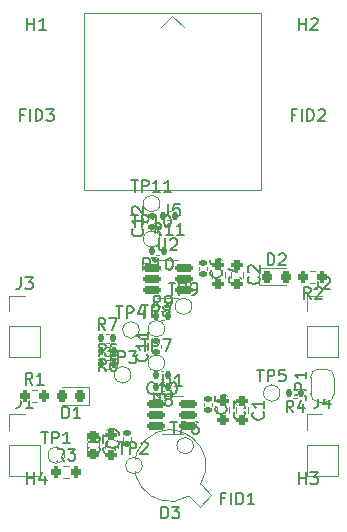
<source format=gto>
%TF.GenerationSoftware,KiCad,Pcbnew,9.0.0*%
%TF.CreationDate,2025-04-27T22:51:00+02:00*%
%TF.ProjectId,OOS - optyczny odbiornik sygnalow,4f4f5320-2d20-46f7-9074-79637a6e7920,rev?*%
%TF.SameCoordinates,Original*%
%TF.FileFunction,Legend,Top*%
%TF.FilePolarity,Positive*%
%FSLAX46Y46*%
G04 Gerber Fmt 4.6, Leading zero omitted, Abs format (unit mm)*
G04 Created by KiCad (PCBNEW 9.0.0) date 2025-04-27 22:51:00*
%MOMM*%
%LPD*%
G01*
G04 APERTURE LIST*
G04 Aperture macros list*
%AMRoundRect*
0 Rectangle with rounded corners*
0 $1 Rounding radius*
0 $2 $3 $4 $5 $6 $7 $8 $9 X,Y pos of 4 corners*
0 Add a 4 corners polygon primitive as box body*
4,1,4,$2,$3,$4,$5,$6,$7,$8,$9,$2,$3,0*
0 Add four circle primitives for the rounded corners*
1,1,$1+$1,$2,$3*
1,1,$1+$1,$4,$5*
1,1,$1+$1,$6,$7*
1,1,$1+$1,$8,$9*
0 Add four rect primitives between the rounded corners*
20,1,$1+$1,$2,$3,$4,$5,0*
20,1,$1+$1,$4,$5,$6,$7,0*
20,1,$1+$1,$6,$7,$8,$9,0*
20,1,$1+$1,$8,$9,$2,$3,0*%
%AMFreePoly0*
4,1,23,0.000000,0.745722,0.065263,0.745722,0.191342,0.711940,0.304381,0.646677,0.396677,0.554381,0.461940,0.441342,0.495722,0.315263,0.495722,0.250000,0.500000,0.250000,0.500000,-0.250000,0.495722,-0.250000,0.495722,-0.315263,0.461940,-0.441342,0.396677,-0.554381,0.304381,-0.646677,0.191342,-0.711940,0.065263,-0.745722,0.000000,-0.745722,0.000000,-0.750000,-0.500000,-0.750000,
-0.500000,0.750000,0.000000,0.750000,0.000000,0.745722,0.000000,0.745722,$1*%
%AMFreePoly1*
4,1,23,0.500000,-0.750000,0.000000,-0.750000,0.000000,-0.745722,-0.065263,-0.745722,-0.191342,-0.711940,-0.304381,-0.646677,-0.396677,-0.554381,-0.461940,-0.441342,-0.495722,-0.315263,-0.495722,-0.250000,-0.500000,-0.250000,-0.500000,0.250000,-0.495722,0.250000,-0.495722,0.315263,-0.461940,0.441342,-0.396677,0.554381,-0.304381,0.646677,-0.191342,0.711940,-0.065263,0.745722,0.000000,0.745722,
0.000000,0.750000,0.500000,0.750000,0.500000,-0.750000,0.500000,-0.750000,$1*%
G04 Aperture macros list end*
%ADD10C,0.150000*%
%ADD11C,0.120000*%
%ADD12RoundRect,0.162500X-0.617500X-0.162500X0.617500X-0.162500X0.617500X0.162500X-0.617500X0.162500X0*%
%ADD13C,1.000000*%
%ADD14RoundRect,0.135000X0.135000X0.185000X-0.135000X0.185000X-0.135000X-0.185000X0.135000X-0.185000X0*%
%ADD15RoundRect,0.135000X-0.135000X-0.185000X0.135000X-0.185000X0.135000X0.185000X-0.135000X0.185000X0*%
%ADD16RoundRect,0.200000X-0.200000X-0.275000X0.200000X-0.275000X0.200000X0.275000X-0.200000X0.275000X0*%
%ADD17RoundRect,0.200000X0.200000X0.275000X-0.200000X0.275000X-0.200000X-0.275000X0.200000X-0.275000X0*%
%ADD18FreePoly0,90.000000*%
%ADD19FreePoly1,90.000000*%
%ADD20O,3.500000X7.000000*%
%ADD21O,1.600000X2.500000*%
%ADD22O,1.700000X1.700000*%
%ADD23R,1.700000X1.700000*%
%ADD24C,3.200000*%
%ADD25C,3.000000*%
%ADD26C,1.200000*%
%ADD27O,1.600000X1.200000*%
%ADD28RoundRect,0.218750X-0.218750X-0.256250X0.218750X-0.256250X0.218750X0.256250X-0.218750X0.256250X0*%
%ADD29RoundRect,0.218750X0.218750X0.256250X-0.218750X0.256250X-0.218750X-0.256250X0.218750X-0.256250X0*%
%ADD30RoundRect,0.140000X0.170000X-0.140000X0.170000X0.140000X-0.170000X0.140000X-0.170000X-0.140000X0*%
%ADD31RoundRect,0.140000X0.140000X0.170000X-0.140000X0.170000X-0.140000X-0.170000X0.140000X-0.170000X0*%
%ADD32RoundRect,0.200000X0.275000X-0.200000X0.275000X0.200000X-0.275000X0.200000X-0.275000X-0.200000X0*%
%ADD33RoundRect,0.225000X-0.250000X0.225000X-0.250000X-0.225000X0.250000X-0.225000X0.250000X0.225000X0*%
%ADD34RoundRect,0.140000X-0.170000X0.140000X-0.170000X-0.140000X0.170000X-0.140000X0.170000X0.140000X0*%
%ADD35RoundRect,0.200000X-0.275000X0.200000X-0.275000X-0.200000X0.275000X-0.200000X0.275000X0.200000X0*%
G04 APERTURE END LIST*
D10*
X187258095Y-90834819D02*
X187258095Y-91644342D01*
X187258095Y-91644342D02*
X187305714Y-91739580D01*
X187305714Y-91739580D02*
X187353333Y-91787200D01*
X187353333Y-91787200D02*
X187448571Y-91834819D01*
X187448571Y-91834819D02*
X187639047Y-91834819D01*
X187639047Y-91834819D02*
X187734285Y-91787200D01*
X187734285Y-91787200D02*
X187781904Y-91739580D01*
X187781904Y-91739580D02*
X187829523Y-91644342D01*
X187829523Y-91644342D02*
X187829523Y-90834819D01*
X188258095Y-90930057D02*
X188305714Y-90882438D01*
X188305714Y-90882438D02*
X188400952Y-90834819D01*
X188400952Y-90834819D02*
X188639047Y-90834819D01*
X188639047Y-90834819D02*
X188734285Y-90882438D01*
X188734285Y-90882438D02*
X188781904Y-90930057D01*
X188781904Y-90930057D02*
X188829523Y-91025295D01*
X188829523Y-91025295D02*
X188829523Y-91120533D01*
X188829523Y-91120533D02*
X188781904Y-91263390D01*
X188781904Y-91263390D02*
X188210476Y-91834819D01*
X188210476Y-91834819D02*
X188829523Y-91834819D01*
X187658095Y-102334819D02*
X187658095Y-103144342D01*
X187658095Y-103144342D02*
X187705714Y-103239580D01*
X187705714Y-103239580D02*
X187753333Y-103287200D01*
X187753333Y-103287200D02*
X187848571Y-103334819D01*
X187848571Y-103334819D02*
X188039047Y-103334819D01*
X188039047Y-103334819D02*
X188134285Y-103287200D01*
X188134285Y-103287200D02*
X188181904Y-103239580D01*
X188181904Y-103239580D02*
X188229523Y-103144342D01*
X188229523Y-103144342D02*
X188229523Y-102334819D01*
X189229523Y-103334819D02*
X188658095Y-103334819D01*
X188943809Y-103334819D02*
X188943809Y-102334819D01*
X188943809Y-102334819D02*
X188848571Y-102477676D01*
X188848571Y-102477676D02*
X188753333Y-102572914D01*
X188753333Y-102572914D02*
X188658095Y-102620533D01*
X184931905Y-85886819D02*
X185503333Y-85886819D01*
X185217619Y-86886819D02*
X185217619Y-85886819D01*
X185836667Y-86886819D02*
X185836667Y-85886819D01*
X185836667Y-85886819D02*
X186217619Y-85886819D01*
X186217619Y-85886819D02*
X186312857Y-85934438D01*
X186312857Y-85934438D02*
X186360476Y-85982057D01*
X186360476Y-85982057D02*
X186408095Y-86077295D01*
X186408095Y-86077295D02*
X186408095Y-86220152D01*
X186408095Y-86220152D02*
X186360476Y-86315390D01*
X186360476Y-86315390D02*
X186312857Y-86363009D01*
X186312857Y-86363009D02*
X186217619Y-86410628D01*
X186217619Y-86410628D02*
X185836667Y-86410628D01*
X187360476Y-86886819D02*
X186789048Y-86886819D01*
X187074762Y-86886819D02*
X187074762Y-85886819D01*
X187074762Y-85886819D02*
X186979524Y-86029676D01*
X186979524Y-86029676D02*
X186884286Y-86124914D01*
X186884286Y-86124914D02*
X186789048Y-86172533D01*
X188312857Y-86886819D02*
X187741429Y-86886819D01*
X188027143Y-86886819D02*
X188027143Y-85886819D01*
X188027143Y-85886819D02*
X187931905Y-86029676D01*
X187931905Y-86029676D02*
X187836667Y-86124914D01*
X187836667Y-86124914D02*
X187741429Y-86172533D01*
X184931905Y-88886819D02*
X185503333Y-88886819D01*
X185217619Y-89886819D02*
X185217619Y-88886819D01*
X185836667Y-89886819D02*
X185836667Y-88886819D01*
X185836667Y-88886819D02*
X186217619Y-88886819D01*
X186217619Y-88886819D02*
X186312857Y-88934438D01*
X186312857Y-88934438D02*
X186360476Y-88982057D01*
X186360476Y-88982057D02*
X186408095Y-89077295D01*
X186408095Y-89077295D02*
X186408095Y-89220152D01*
X186408095Y-89220152D02*
X186360476Y-89315390D01*
X186360476Y-89315390D02*
X186312857Y-89363009D01*
X186312857Y-89363009D02*
X186217619Y-89410628D01*
X186217619Y-89410628D02*
X185836667Y-89410628D01*
X187360476Y-89886819D02*
X186789048Y-89886819D01*
X187074762Y-89886819D02*
X187074762Y-88886819D01*
X187074762Y-88886819D02*
X186979524Y-89029676D01*
X186979524Y-89029676D02*
X186884286Y-89124914D01*
X186884286Y-89124914D02*
X186789048Y-89172533D01*
X187979524Y-88886819D02*
X188074762Y-88886819D01*
X188074762Y-88886819D02*
X188170000Y-88934438D01*
X188170000Y-88934438D02*
X188217619Y-88982057D01*
X188217619Y-88982057D02*
X188265238Y-89077295D01*
X188265238Y-89077295D02*
X188312857Y-89267771D01*
X188312857Y-89267771D02*
X188312857Y-89505866D01*
X188312857Y-89505866D02*
X188265238Y-89696342D01*
X188265238Y-89696342D02*
X188217619Y-89791580D01*
X188217619Y-89791580D02*
X188170000Y-89839200D01*
X188170000Y-89839200D02*
X188074762Y-89886819D01*
X188074762Y-89886819D02*
X187979524Y-89886819D01*
X187979524Y-89886819D02*
X187884286Y-89839200D01*
X187884286Y-89839200D02*
X187836667Y-89791580D01*
X187836667Y-89791580D02*
X187789048Y-89696342D01*
X187789048Y-89696342D02*
X187741429Y-89505866D01*
X187741429Y-89505866D02*
X187741429Y-89267771D01*
X187741429Y-89267771D02*
X187789048Y-89077295D01*
X187789048Y-89077295D02*
X187836667Y-88982057D01*
X187836667Y-88982057D02*
X187884286Y-88934438D01*
X187884286Y-88934438D02*
X187979524Y-88886819D01*
X188108095Y-94586819D02*
X188679523Y-94586819D01*
X188393809Y-95586819D02*
X188393809Y-94586819D01*
X189012857Y-95586819D02*
X189012857Y-94586819D01*
X189012857Y-94586819D02*
X189393809Y-94586819D01*
X189393809Y-94586819D02*
X189489047Y-94634438D01*
X189489047Y-94634438D02*
X189536666Y-94682057D01*
X189536666Y-94682057D02*
X189584285Y-94777295D01*
X189584285Y-94777295D02*
X189584285Y-94920152D01*
X189584285Y-94920152D02*
X189536666Y-95015390D01*
X189536666Y-95015390D02*
X189489047Y-95063009D01*
X189489047Y-95063009D02*
X189393809Y-95110628D01*
X189393809Y-95110628D02*
X189012857Y-95110628D01*
X190060476Y-95586819D02*
X190250952Y-95586819D01*
X190250952Y-95586819D02*
X190346190Y-95539200D01*
X190346190Y-95539200D02*
X190393809Y-95491580D01*
X190393809Y-95491580D02*
X190489047Y-95348723D01*
X190489047Y-95348723D02*
X190536666Y-95158247D01*
X190536666Y-95158247D02*
X190536666Y-94777295D01*
X190536666Y-94777295D02*
X190489047Y-94682057D01*
X190489047Y-94682057D02*
X190441428Y-94634438D01*
X190441428Y-94634438D02*
X190346190Y-94586819D01*
X190346190Y-94586819D02*
X190155714Y-94586819D01*
X190155714Y-94586819D02*
X190060476Y-94634438D01*
X190060476Y-94634438D02*
X190012857Y-94682057D01*
X190012857Y-94682057D02*
X189965238Y-94777295D01*
X189965238Y-94777295D02*
X189965238Y-95015390D01*
X189965238Y-95015390D02*
X190012857Y-95110628D01*
X190012857Y-95110628D02*
X190060476Y-95158247D01*
X190060476Y-95158247D02*
X190155714Y-95205866D01*
X190155714Y-95205866D02*
X190346190Y-95205866D01*
X190346190Y-95205866D02*
X190441428Y-95158247D01*
X190441428Y-95158247D02*
X190489047Y-95110628D01*
X190489047Y-95110628D02*
X190536666Y-95015390D01*
X185808095Y-96486819D02*
X186379523Y-96486819D01*
X186093809Y-97486819D02*
X186093809Y-96486819D01*
X186712857Y-97486819D02*
X186712857Y-96486819D01*
X186712857Y-96486819D02*
X187093809Y-96486819D01*
X187093809Y-96486819D02*
X187189047Y-96534438D01*
X187189047Y-96534438D02*
X187236666Y-96582057D01*
X187236666Y-96582057D02*
X187284285Y-96677295D01*
X187284285Y-96677295D02*
X187284285Y-96820152D01*
X187284285Y-96820152D02*
X187236666Y-96915390D01*
X187236666Y-96915390D02*
X187189047Y-96963009D01*
X187189047Y-96963009D02*
X187093809Y-97010628D01*
X187093809Y-97010628D02*
X186712857Y-97010628D01*
X187855714Y-96915390D02*
X187760476Y-96867771D01*
X187760476Y-96867771D02*
X187712857Y-96820152D01*
X187712857Y-96820152D02*
X187665238Y-96724914D01*
X187665238Y-96724914D02*
X187665238Y-96677295D01*
X187665238Y-96677295D02*
X187712857Y-96582057D01*
X187712857Y-96582057D02*
X187760476Y-96534438D01*
X187760476Y-96534438D02*
X187855714Y-96486819D01*
X187855714Y-96486819D02*
X188046190Y-96486819D01*
X188046190Y-96486819D02*
X188141428Y-96534438D01*
X188141428Y-96534438D02*
X188189047Y-96582057D01*
X188189047Y-96582057D02*
X188236666Y-96677295D01*
X188236666Y-96677295D02*
X188236666Y-96724914D01*
X188236666Y-96724914D02*
X188189047Y-96820152D01*
X188189047Y-96820152D02*
X188141428Y-96867771D01*
X188141428Y-96867771D02*
X188046190Y-96915390D01*
X188046190Y-96915390D02*
X187855714Y-96915390D01*
X187855714Y-96915390D02*
X187760476Y-96963009D01*
X187760476Y-96963009D02*
X187712857Y-97010628D01*
X187712857Y-97010628D02*
X187665238Y-97105866D01*
X187665238Y-97105866D02*
X187665238Y-97296342D01*
X187665238Y-97296342D02*
X187712857Y-97391580D01*
X187712857Y-97391580D02*
X187760476Y-97439200D01*
X187760476Y-97439200D02*
X187855714Y-97486819D01*
X187855714Y-97486819D02*
X188046190Y-97486819D01*
X188046190Y-97486819D02*
X188141428Y-97439200D01*
X188141428Y-97439200D02*
X188189047Y-97391580D01*
X188189047Y-97391580D02*
X188236666Y-97296342D01*
X188236666Y-97296342D02*
X188236666Y-97105866D01*
X188236666Y-97105866D02*
X188189047Y-97010628D01*
X188189047Y-97010628D02*
X188141428Y-96963009D01*
X188141428Y-96963009D02*
X188046190Y-96915390D01*
X185808095Y-99386819D02*
X186379523Y-99386819D01*
X186093809Y-100386819D02*
X186093809Y-99386819D01*
X186712857Y-100386819D02*
X186712857Y-99386819D01*
X186712857Y-99386819D02*
X187093809Y-99386819D01*
X187093809Y-99386819D02*
X187189047Y-99434438D01*
X187189047Y-99434438D02*
X187236666Y-99482057D01*
X187236666Y-99482057D02*
X187284285Y-99577295D01*
X187284285Y-99577295D02*
X187284285Y-99720152D01*
X187284285Y-99720152D02*
X187236666Y-99815390D01*
X187236666Y-99815390D02*
X187189047Y-99863009D01*
X187189047Y-99863009D02*
X187093809Y-99910628D01*
X187093809Y-99910628D02*
X186712857Y-99910628D01*
X187617619Y-99386819D02*
X188284285Y-99386819D01*
X188284285Y-99386819D02*
X187855714Y-100386819D01*
X188243371Y-106386819D02*
X188814799Y-106386819D01*
X188529085Y-107386819D02*
X188529085Y-106386819D01*
X189148133Y-107386819D02*
X189148133Y-106386819D01*
X189148133Y-106386819D02*
X189529085Y-106386819D01*
X189529085Y-106386819D02*
X189624323Y-106434438D01*
X189624323Y-106434438D02*
X189671942Y-106482057D01*
X189671942Y-106482057D02*
X189719561Y-106577295D01*
X189719561Y-106577295D02*
X189719561Y-106720152D01*
X189719561Y-106720152D02*
X189671942Y-106815390D01*
X189671942Y-106815390D02*
X189624323Y-106863009D01*
X189624323Y-106863009D02*
X189529085Y-106910628D01*
X189529085Y-106910628D02*
X189148133Y-106910628D01*
X190576704Y-106386819D02*
X190386228Y-106386819D01*
X190386228Y-106386819D02*
X190290990Y-106434438D01*
X190290990Y-106434438D02*
X190243371Y-106482057D01*
X190243371Y-106482057D02*
X190148133Y-106624914D01*
X190148133Y-106624914D02*
X190100514Y-106815390D01*
X190100514Y-106815390D02*
X190100514Y-107196342D01*
X190100514Y-107196342D02*
X190148133Y-107291580D01*
X190148133Y-107291580D02*
X190195752Y-107339200D01*
X190195752Y-107339200D02*
X190290990Y-107386819D01*
X190290990Y-107386819D02*
X190481466Y-107386819D01*
X190481466Y-107386819D02*
X190576704Y-107339200D01*
X190576704Y-107339200D02*
X190624323Y-107291580D01*
X190624323Y-107291580D02*
X190671942Y-107196342D01*
X190671942Y-107196342D02*
X190671942Y-106958247D01*
X190671942Y-106958247D02*
X190624323Y-106863009D01*
X190624323Y-106863009D02*
X190576704Y-106815390D01*
X190576704Y-106815390D02*
X190481466Y-106767771D01*
X190481466Y-106767771D02*
X190290990Y-106767771D01*
X190290990Y-106767771D02*
X190195752Y-106815390D01*
X190195752Y-106815390D02*
X190148133Y-106863009D01*
X190148133Y-106863009D02*
X190100514Y-106958247D01*
X195578095Y-101936819D02*
X196149523Y-101936819D01*
X195863809Y-102936819D02*
X195863809Y-101936819D01*
X196482857Y-102936819D02*
X196482857Y-101936819D01*
X196482857Y-101936819D02*
X196863809Y-101936819D01*
X196863809Y-101936819D02*
X196959047Y-101984438D01*
X196959047Y-101984438D02*
X197006666Y-102032057D01*
X197006666Y-102032057D02*
X197054285Y-102127295D01*
X197054285Y-102127295D02*
X197054285Y-102270152D01*
X197054285Y-102270152D02*
X197006666Y-102365390D01*
X197006666Y-102365390D02*
X196959047Y-102413009D01*
X196959047Y-102413009D02*
X196863809Y-102460628D01*
X196863809Y-102460628D02*
X196482857Y-102460628D01*
X197959047Y-101936819D02*
X197482857Y-101936819D01*
X197482857Y-101936819D02*
X197435238Y-102413009D01*
X197435238Y-102413009D02*
X197482857Y-102365390D01*
X197482857Y-102365390D02*
X197578095Y-102317771D01*
X197578095Y-102317771D02*
X197816190Y-102317771D01*
X197816190Y-102317771D02*
X197911428Y-102365390D01*
X197911428Y-102365390D02*
X197959047Y-102413009D01*
X197959047Y-102413009D02*
X198006666Y-102508247D01*
X198006666Y-102508247D02*
X198006666Y-102746342D01*
X198006666Y-102746342D02*
X197959047Y-102841580D01*
X197959047Y-102841580D02*
X197911428Y-102889200D01*
X197911428Y-102889200D02*
X197816190Y-102936819D01*
X197816190Y-102936819D02*
X197578095Y-102936819D01*
X197578095Y-102936819D02*
X197482857Y-102889200D01*
X197482857Y-102889200D02*
X197435238Y-102841580D01*
X183658095Y-96586819D02*
X184229523Y-96586819D01*
X183943809Y-97586819D02*
X183943809Y-96586819D01*
X184562857Y-97586819D02*
X184562857Y-96586819D01*
X184562857Y-96586819D02*
X184943809Y-96586819D01*
X184943809Y-96586819D02*
X185039047Y-96634438D01*
X185039047Y-96634438D02*
X185086666Y-96682057D01*
X185086666Y-96682057D02*
X185134285Y-96777295D01*
X185134285Y-96777295D02*
X185134285Y-96920152D01*
X185134285Y-96920152D02*
X185086666Y-97015390D01*
X185086666Y-97015390D02*
X185039047Y-97063009D01*
X185039047Y-97063009D02*
X184943809Y-97110628D01*
X184943809Y-97110628D02*
X184562857Y-97110628D01*
X185991428Y-96920152D02*
X185991428Y-97586819D01*
X185753333Y-96539200D02*
X185515238Y-97253485D01*
X185515238Y-97253485D02*
X186134285Y-97253485D01*
X182958095Y-100386819D02*
X183529523Y-100386819D01*
X183243809Y-101386819D02*
X183243809Y-100386819D01*
X183862857Y-101386819D02*
X183862857Y-100386819D01*
X183862857Y-100386819D02*
X184243809Y-100386819D01*
X184243809Y-100386819D02*
X184339047Y-100434438D01*
X184339047Y-100434438D02*
X184386666Y-100482057D01*
X184386666Y-100482057D02*
X184434285Y-100577295D01*
X184434285Y-100577295D02*
X184434285Y-100720152D01*
X184434285Y-100720152D02*
X184386666Y-100815390D01*
X184386666Y-100815390D02*
X184339047Y-100863009D01*
X184339047Y-100863009D02*
X184243809Y-100910628D01*
X184243809Y-100910628D02*
X183862857Y-100910628D01*
X184767619Y-100386819D02*
X185386666Y-100386819D01*
X185386666Y-100386819D02*
X185053333Y-100767771D01*
X185053333Y-100767771D02*
X185196190Y-100767771D01*
X185196190Y-100767771D02*
X185291428Y-100815390D01*
X185291428Y-100815390D02*
X185339047Y-100863009D01*
X185339047Y-100863009D02*
X185386666Y-100958247D01*
X185386666Y-100958247D02*
X185386666Y-101196342D01*
X185386666Y-101196342D02*
X185339047Y-101291580D01*
X185339047Y-101291580D02*
X185291428Y-101339200D01*
X185291428Y-101339200D02*
X185196190Y-101386819D01*
X185196190Y-101386819D02*
X184910476Y-101386819D01*
X184910476Y-101386819D02*
X184815238Y-101339200D01*
X184815238Y-101339200D02*
X184767619Y-101291580D01*
X183908095Y-108071543D02*
X184479523Y-108071543D01*
X184193809Y-109071543D02*
X184193809Y-108071543D01*
X184812857Y-109071543D02*
X184812857Y-108071543D01*
X184812857Y-108071543D02*
X185193809Y-108071543D01*
X185193809Y-108071543D02*
X185289047Y-108119162D01*
X185289047Y-108119162D02*
X185336666Y-108166781D01*
X185336666Y-108166781D02*
X185384285Y-108262019D01*
X185384285Y-108262019D02*
X185384285Y-108404876D01*
X185384285Y-108404876D02*
X185336666Y-108500114D01*
X185336666Y-108500114D02*
X185289047Y-108547733D01*
X185289047Y-108547733D02*
X185193809Y-108595352D01*
X185193809Y-108595352D02*
X184812857Y-108595352D01*
X185765238Y-108166781D02*
X185812857Y-108119162D01*
X185812857Y-108119162D02*
X185908095Y-108071543D01*
X185908095Y-108071543D02*
X186146190Y-108071543D01*
X186146190Y-108071543D02*
X186241428Y-108119162D01*
X186241428Y-108119162D02*
X186289047Y-108166781D01*
X186289047Y-108166781D02*
X186336666Y-108262019D01*
X186336666Y-108262019D02*
X186336666Y-108357257D01*
X186336666Y-108357257D02*
X186289047Y-108500114D01*
X186289047Y-108500114D02*
X185717619Y-109071543D01*
X185717619Y-109071543D02*
X186336666Y-109071543D01*
X177333095Y-107186819D02*
X177904523Y-107186819D01*
X177618809Y-108186819D02*
X177618809Y-107186819D01*
X178237857Y-108186819D02*
X178237857Y-107186819D01*
X178237857Y-107186819D02*
X178618809Y-107186819D01*
X178618809Y-107186819D02*
X178714047Y-107234438D01*
X178714047Y-107234438D02*
X178761666Y-107282057D01*
X178761666Y-107282057D02*
X178809285Y-107377295D01*
X178809285Y-107377295D02*
X178809285Y-107520152D01*
X178809285Y-107520152D02*
X178761666Y-107615390D01*
X178761666Y-107615390D02*
X178714047Y-107663009D01*
X178714047Y-107663009D02*
X178618809Y-107710628D01*
X178618809Y-107710628D02*
X178237857Y-107710628D01*
X179761666Y-108186819D02*
X179190238Y-108186819D01*
X179475952Y-108186819D02*
X179475952Y-107186819D01*
X179475952Y-107186819D02*
X179380714Y-107329676D01*
X179380714Y-107329676D02*
X179285476Y-107424914D01*
X179285476Y-107424914D02*
X179190238Y-107472533D01*
X187487142Y-90524819D02*
X187153809Y-90048628D01*
X186915714Y-90524819D02*
X186915714Y-89524819D01*
X186915714Y-89524819D02*
X187296666Y-89524819D01*
X187296666Y-89524819D02*
X187391904Y-89572438D01*
X187391904Y-89572438D02*
X187439523Y-89620057D01*
X187439523Y-89620057D02*
X187487142Y-89715295D01*
X187487142Y-89715295D02*
X187487142Y-89858152D01*
X187487142Y-89858152D02*
X187439523Y-89953390D01*
X187439523Y-89953390D02*
X187391904Y-90001009D01*
X187391904Y-90001009D02*
X187296666Y-90048628D01*
X187296666Y-90048628D02*
X186915714Y-90048628D01*
X188439523Y-90524819D02*
X187868095Y-90524819D01*
X188153809Y-90524819D02*
X188153809Y-89524819D01*
X188153809Y-89524819D02*
X188058571Y-89667676D01*
X188058571Y-89667676D02*
X187963333Y-89762914D01*
X187963333Y-89762914D02*
X187868095Y-89810533D01*
X189391904Y-90524819D02*
X188820476Y-90524819D01*
X189106190Y-90524819D02*
X189106190Y-89524819D01*
X189106190Y-89524819D02*
X189010952Y-89667676D01*
X189010952Y-89667676D02*
X188915714Y-89762914D01*
X188915714Y-89762914D02*
X188820476Y-89810533D01*
X186537142Y-93504819D02*
X186203809Y-93028628D01*
X185965714Y-93504819D02*
X185965714Y-92504819D01*
X185965714Y-92504819D02*
X186346666Y-92504819D01*
X186346666Y-92504819D02*
X186441904Y-92552438D01*
X186441904Y-92552438D02*
X186489523Y-92600057D01*
X186489523Y-92600057D02*
X186537142Y-92695295D01*
X186537142Y-92695295D02*
X186537142Y-92838152D01*
X186537142Y-92838152D02*
X186489523Y-92933390D01*
X186489523Y-92933390D02*
X186441904Y-92981009D01*
X186441904Y-92981009D02*
X186346666Y-93028628D01*
X186346666Y-93028628D02*
X185965714Y-93028628D01*
X187489523Y-93504819D02*
X186918095Y-93504819D01*
X187203809Y-93504819D02*
X187203809Y-92504819D01*
X187203809Y-92504819D02*
X187108571Y-92647676D01*
X187108571Y-92647676D02*
X187013333Y-92742914D01*
X187013333Y-92742914D02*
X186918095Y-92790533D01*
X188108571Y-92504819D02*
X188203809Y-92504819D01*
X188203809Y-92504819D02*
X188299047Y-92552438D01*
X188299047Y-92552438D02*
X188346666Y-92600057D01*
X188346666Y-92600057D02*
X188394285Y-92695295D01*
X188394285Y-92695295D02*
X188441904Y-92885771D01*
X188441904Y-92885771D02*
X188441904Y-93123866D01*
X188441904Y-93123866D02*
X188394285Y-93314342D01*
X188394285Y-93314342D02*
X188346666Y-93409580D01*
X188346666Y-93409580D02*
X188299047Y-93457200D01*
X188299047Y-93457200D02*
X188203809Y-93504819D01*
X188203809Y-93504819D02*
X188108571Y-93504819D01*
X188108571Y-93504819D02*
X188013333Y-93457200D01*
X188013333Y-93457200D02*
X187965714Y-93409580D01*
X187965714Y-93409580D02*
X187918095Y-93314342D01*
X187918095Y-93314342D02*
X187870476Y-93123866D01*
X187870476Y-93123866D02*
X187870476Y-92885771D01*
X187870476Y-92885771D02*
X187918095Y-92695295D01*
X187918095Y-92695295D02*
X187965714Y-92600057D01*
X187965714Y-92600057D02*
X188013333Y-92552438D01*
X188013333Y-92552438D02*
X188108571Y-92504819D01*
X187413333Y-96664819D02*
X187080000Y-96188628D01*
X186841905Y-96664819D02*
X186841905Y-95664819D01*
X186841905Y-95664819D02*
X187222857Y-95664819D01*
X187222857Y-95664819D02*
X187318095Y-95712438D01*
X187318095Y-95712438D02*
X187365714Y-95760057D01*
X187365714Y-95760057D02*
X187413333Y-95855295D01*
X187413333Y-95855295D02*
X187413333Y-95998152D01*
X187413333Y-95998152D02*
X187365714Y-96093390D01*
X187365714Y-96093390D02*
X187318095Y-96141009D01*
X187318095Y-96141009D02*
X187222857Y-96188628D01*
X187222857Y-96188628D02*
X186841905Y-96188628D01*
X187889524Y-96664819D02*
X188080000Y-96664819D01*
X188080000Y-96664819D02*
X188175238Y-96617200D01*
X188175238Y-96617200D02*
X188222857Y-96569580D01*
X188222857Y-96569580D02*
X188318095Y-96426723D01*
X188318095Y-96426723D02*
X188365714Y-96236247D01*
X188365714Y-96236247D02*
X188365714Y-95855295D01*
X188365714Y-95855295D02*
X188318095Y-95760057D01*
X188318095Y-95760057D02*
X188270476Y-95712438D01*
X188270476Y-95712438D02*
X188175238Y-95664819D01*
X188175238Y-95664819D02*
X187984762Y-95664819D01*
X187984762Y-95664819D02*
X187889524Y-95712438D01*
X187889524Y-95712438D02*
X187841905Y-95760057D01*
X187841905Y-95760057D02*
X187794286Y-95855295D01*
X187794286Y-95855295D02*
X187794286Y-96093390D01*
X187794286Y-96093390D02*
X187841905Y-96188628D01*
X187841905Y-96188628D02*
X187889524Y-96236247D01*
X187889524Y-96236247D02*
X187984762Y-96283866D01*
X187984762Y-96283866D02*
X188175238Y-96283866D01*
X188175238Y-96283866D02*
X188270476Y-96236247D01*
X188270476Y-96236247D02*
X188318095Y-96188628D01*
X188318095Y-96188628D02*
X188365714Y-96093390D01*
X187413333Y-105004819D02*
X187080000Y-104528628D01*
X186841905Y-105004819D02*
X186841905Y-104004819D01*
X186841905Y-104004819D02*
X187222857Y-104004819D01*
X187222857Y-104004819D02*
X187318095Y-104052438D01*
X187318095Y-104052438D02*
X187365714Y-104100057D01*
X187365714Y-104100057D02*
X187413333Y-104195295D01*
X187413333Y-104195295D02*
X187413333Y-104338152D01*
X187413333Y-104338152D02*
X187365714Y-104433390D01*
X187365714Y-104433390D02*
X187318095Y-104481009D01*
X187318095Y-104481009D02*
X187222857Y-104528628D01*
X187222857Y-104528628D02*
X186841905Y-104528628D01*
X187984762Y-104433390D02*
X187889524Y-104385771D01*
X187889524Y-104385771D02*
X187841905Y-104338152D01*
X187841905Y-104338152D02*
X187794286Y-104242914D01*
X187794286Y-104242914D02*
X187794286Y-104195295D01*
X187794286Y-104195295D02*
X187841905Y-104100057D01*
X187841905Y-104100057D02*
X187889524Y-104052438D01*
X187889524Y-104052438D02*
X187984762Y-104004819D01*
X187984762Y-104004819D02*
X188175238Y-104004819D01*
X188175238Y-104004819D02*
X188270476Y-104052438D01*
X188270476Y-104052438D02*
X188318095Y-104100057D01*
X188318095Y-104100057D02*
X188365714Y-104195295D01*
X188365714Y-104195295D02*
X188365714Y-104242914D01*
X188365714Y-104242914D02*
X188318095Y-104338152D01*
X188318095Y-104338152D02*
X188270476Y-104385771D01*
X188270476Y-104385771D02*
X188175238Y-104433390D01*
X188175238Y-104433390D02*
X187984762Y-104433390D01*
X187984762Y-104433390D02*
X187889524Y-104481009D01*
X187889524Y-104481009D02*
X187841905Y-104528628D01*
X187841905Y-104528628D02*
X187794286Y-104623866D01*
X187794286Y-104623866D02*
X187794286Y-104814342D01*
X187794286Y-104814342D02*
X187841905Y-104909580D01*
X187841905Y-104909580D02*
X187889524Y-104957200D01*
X187889524Y-104957200D02*
X187984762Y-105004819D01*
X187984762Y-105004819D02*
X188175238Y-105004819D01*
X188175238Y-105004819D02*
X188270476Y-104957200D01*
X188270476Y-104957200D02*
X188318095Y-104909580D01*
X188318095Y-104909580D02*
X188365714Y-104814342D01*
X188365714Y-104814342D02*
X188365714Y-104623866D01*
X188365714Y-104623866D02*
X188318095Y-104528628D01*
X188318095Y-104528628D02*
X188270476Y-104481009D01*
X188270476Y-104481009D02*
X188175238Y-104433390D01*
X182753333Y-98564819D02*
X182420000Y-98088628D01*
X182181905Y-98564819D02*
X182181905Y-97564819D01*
X182181905Y-97564819D02*
X182562857Y-97564819D01*
X182562857Y-97564819D02*
X182658095Y-97612438D01*
X182658095Y-97612438D02*
X182705714Y-97660057D01*
X182705714Y-97660057D02*
X182753333Y-97755295D01*
X182753333Y-97755295D02*
X182753333Y-97898152D01*
X182753333Y-97898152D02*
X182705714Y-97993390D01*
X182705714Y-97993390D02*
X182658095Y-98041009D01*
X182658095Y-98041009D02*
X182562857Y-98088628D01*
X182562857Y-98088628D02*
X182181905Y-98088628D01*
X183086667Y-97564819D02*
X183753333Y-97564819D01*
X183753333Y-97564819D02*
X183324762Y-98564819D01*
X182763333Y-102014819D02*
X182430000Y-101538628D01*
X182191905Y-102014819D02*
X182191905Y-101014819D01*
X182191905Y-101014819D02*
X182572857Y-101014819D01*
X182572857Y-101014819D02*
X182668095Y-101062438D01*
X182668095Y-101062438D02*
X182715714Y-101110057D01*
X182715714Y-101110057D02*
X182763333Y-101205295D01*
X182763333Y-101205295D02*
X182763333Y-101348152D01*
X182763333Y-101348152D02*
X182715714Y-101443390D01*
X182715714Y-101443390D02*
X182668095Y-101491009D01*
X182668095Y-101491009D02*
X182572857Y-101538628D01*
X182572857Y-101538628D02*
X182191905Y-101538628D01*
X183620476Y-101014819D02*
X183430000Y-101014819D01*
X183430000Y-101014819D02*
X183334762Y-101062438D01*
X183334762Y-101062438D02*
X183287143Y-101110057D01*
X183287143Y-101110057D02*
X183191905Y-101252914D01*
X183191905Y-101252914D02*
X183144286Y-101443390D01*
X183144286Y-101443390D02*
X183144286Y-101824342D01*
X183144286Y-101824342D02*
X183191905Y-101919580D01*
X183191905Y-101919580D02*
X183239524Y-101967200D01*
X183239524Y-101967200D02*
X183334762Y-102014819D01*
X183334762Y-102014819D02*
X183525238Y-102014819D01*
X183525238Y-102014819D02*
X183620476Y-101967200D01*
X183620476Y-101967200D02*
X183668095Y-101919580D01*
X183668095Y-101919580D02*
X183715714Y-101824342D01*
X183715714Y-101824342D02*
X183715714Y-101586247D01*
X183715714Y-101586247D02*
X183668095Y-101491009D01*
X183668095Y-101491009D02*
X183620476Y-101443390D01*
X183620476Y-101443390D02*
X183525238Y-101395771D01*
X183525238Y-101395771D02*
X183334762Y-101395771D01*
X183334762Y-101395771D02*
X183239524Y-101443390D01*
X183239524Y-101443390D02*
X183191905Y-101491009D01*
X183191905Y-101491009D02*
X183144286Y-101586247D01*
X182763333Y-100764819D02*
X182430000Y-100288628D01*
X182191905Y-100764819D02*
X182191905Y-99764819D01*
X182191905Y-99764819D02*
X182572857Y-99764819D01*
X182572857Y-99764819D02*
X182668095Y-99812438D01*
X182668095Y-99812438D02*
X182715714Y-99860057D01*
X182715714Y-99860057D02*
X182763333Y-99955295D01*
X182763333Y-99955295D02*
X182763333Y-100098152D01*
X182763333Y-100098152D02*
X182715714Y-100193390D01*
X182715714Y-100193390D02*
X182668095Y-100241009D01*
X182668095Y-100241009D02*
X182572857Y-100288628D01*
X182572857Y-100288628D02*
X182191905Y-100288628D01*
X183668095Y-99764819D02*
X183191905Y-99764819D01*
X183191905Y-99764819D02*
X183144286Y-100241009D01*
X183144286Y-100241009D02*
X183191905Y-100193390D01*
X183191905Y-100193390D02*
X183287143Y-100145771D01*
X183287143Y-100145771D02*
X183525238Y-100145771D01*
X183525238Y-100145771D02*
X183620476Y-100193390D01*
X183620476Y-100193390D02*
X183668095Y-100241009D01*
X183668095Y-100241009D02*
X183715714Y-100336247D01*
X183715714Y-100336247D02*
X183715714Y-100574342D01*
X183715714Y-100574342D02*
X183668095Y-100669580D01*
X183668095Y-100669580D02*
X183620476Y-100717200D01*
X183620476Y-100717200D02*
X183525238Y-100764819D01*
X183525238Y-100764819D02*
X183287143Y-100764819D01*
X183287143Y-100764819D02*
X183191905Y-100717200D01*
X183191905Y-100717200D02*
X183144286Y-100669580D01*
X198663333Y-105554819D02*
X198330000Y-105078628D01*
X198091905Y-105554819D02*
X198091905Y-104554819D01*
X198091905Y-104554819D02*
X198472857Y-104554819D01*
X198472857Y-104554819D02*
X198568095Y-104602438D01*
X198568095Y-104602438D02*
X198615714Y-104650057D01*
X198615714Y-104650057D02*
X198663333Y-104745295D01*
X198663333Y-104745295D02*
X198663333Y-104888152D01*
X198663333Y-104888152D02*
X198615714Y-104983390D01*
X198615714Y-104983390D02*
X198568095Y-105031009D01*
X198568095Y-105031009D02*
X198472857Y-105078628D01*
X198472857Y-105078628D02*
X198091905Y-105078628D01*
X199520476Y-104888152D02*
X199520476Y-105554819D01*
X199282381Y-104507200D02*
X199044286Y-105221485D01*
X199044286Y-105221485D02*
X199663333Y-105221485D01*
X179253333Y-109639819D02*
X178920000Y-109163628D01*
X178681905Y-109639819D02*
X178681905Y-108639819D01*
X178681905Y-108639819D02*
X179062857Y-108639819D01*
X179062857Y-108639819D02*
X179158095Y-108687438D01*
X179158095Y-108687438D02*
X179205714Y-108735057D01*
X179205714Y-108735057D02*
X179253333Y-108830295D01*
X179253333Y-108830295D02*
X179253333Y-108973152D01*
X179253333Y-108973152D02*
X179205714Y-109068390D01*
X179205714Y-109068390D02*
X179158095Y-109116009D01*
X179158095Y-109116009D02*
X179062857Y-109163628D01*
X179062857Y-109163628D02*
X178681905Y-109163628D01*
X179586667Y-108639819D02*
X180205714Y-108639819D01*
X180205714Y-108639819D02*
X179872381Y-109020771D01*
X179872381Y-109020771D02*
X180015238Y-109020771D01*
X180015238Y-109020771D02*
X180110476Y-109068390D01*
X180110476Y-109068390D02*
X180158095Y-109116009D01*
X180158095Y-109116009D02*
X180205714Y-109211247D01*
X180205714Y-109211247D02*
X180205714Y-109449342D01*
X180205714Y-109449342D02*
X180158095Y-109544580D01*
X180158095Y-109544580D02*
X180110476Y-109592200D01*
X180110476Y-109592200D02*
X180015238Y-109639819D01*
X180015238Y-109639819D02*
X179729524Y-109639819D01*
X179729524Y-109639819D02*
X179634286Y-109592200D01*
X179634286Y-109592200D02*
X179586667Y-109544580D01*
X200128333Y-95964819D02*
X199795000Y-95488628D01*
X199556905Y-95964819D02*
X199556905Y-94964819D01*
X199556905Y-94964819D02*
X199937857Y-94964819D01*
X199937857Y-94964819D02*
X200033095Y-95012438D01*
X200033095Y-95012438D02*
X200080714Y-95060057D01*
X200080714Y-95060057D02*
X200128333Y-95155295D01*
X200128333Y-95155295D02*
X200128333Y-95298152D01*
X200128333Y-95298152D02*
X200080714Y-95393390D01*
X200080714Y-95393390D02*
X200033095Y-95441009D01*
X200033095Y-95441009D02*
X199937857Y-95488628D01*
X199937857Y-95488628D02*
X199556905Y-95488628D01*
X200509286Y-95060057D02*
X200556905Y-95012438D01*
X200556905Y-95012438D02*
X200652143Y-94964819D01*
X200652143Y-94964819D02*
X200890238Y-94964819D01*
X200890238Y-94964819D02*
X200985476Y-95012438D01*
X200985476Y-95012438D02*
X201033095Y-95060057D01*
X201033095Y-95060057D02*
X201080714Y-95155295D01*
X201080714Y-95155295D02*
X201080714Y-95250533D01*
X201080714Y-95250533D02*
X201033095Y-95393390D01*
X201033095Y-95393390D02*
X200461667Y-95964819D01*
X200461667Y-95964819D02*
X201080714Y-95964819D01*
X176578333Y-103204819D02*
X176245000Y-102728628D01*
X176006905Y-103204819D02*
X176006905Y-102204819D01*
X176006905Y-102204819D02*
X176387857Y-102204819D01*
X176387857Y-102204819D02*
X176483095Y-102252438D01*
X176483095Y-102252438D02*
X176530714Y-102300057D01*
X176530714Y-102300057D02*
X176578333Y-102395295D01*
X176578333Y-102395295D02*
X176578333Y-102538152D01*
X176578333Y-102538152D02*
X176530714Y-102633390D01*
X176530714Y-102633390D02*
X176483095Y-102681009D01*
X176483095Y-102681009D02*
X176387857Y-102728628D01*
X176387857Y-102728628D02*
X176006905Y-102728628D01*
X177530714Y-103204819D02*
X176959286Y-103204819D01*
X177245000Y-103204819D02*
X177245000Y-102204819D01*
X177245000Y-102204819D02*
X177149762Y-102347676D01*
X177149762Y-102347676D02*
X177054524Y-102442914D01*
X177054524Y-102442914D02*
X176959286Y-102490533D01*
X198774819Y-104113333D02*
X199489104Y-104113333D01*
X199489104Y-104113333D02*
X199631961Y-104160952D01*
X199631961Y-104160952D02*
X199727200Y-104256190D01*
X199727200Y-104256190D02*
X199774819Y-104399047D01*
X199774819Y-104399047D02*
X199774819Y-104494285D01*
X199774819Y-103637142D02*
X198774819Y-103637142D01*
X198774819Y-103637142D02*
X198774819Y-103256190D01*
X198774819Y-103256190D02*
X198822438Y-103160952D01*
X198822438Y-103160952D02*
X198870057Y-103113333D01*
X198870057Y-103113333D02*
X198965295Y-103065714D01*
X198965295Y-103065714D02*
X199108152Y-103065714D01*
X199108152Y-103065714D02*
X199203390Y-103113333D01*
X199203390Y-103113333D02*
X199251009Y-103160952D01*
X199251009Y-103160952D02*
X199298628Y-103256190D01*
X199298628Y-103256190D02*
X199298628Y-103637142D01*
X199774819Y-102113333D02*
X199774819Y-102684761D01*
X199774819Y-102399047D02*
X198774819Y-102399047D01*
X198774819Y-102399047D02*
X198917676Y-102494285D01*
X198917676Y-102494285D02*
X199012914Y-102589523D01*
X199012914Y-102589523D02*
X199060533Y-102684761D01*
X188086666Y-87914819D02*
X188086666Y-88629104D01*
X188086666Y-88629104D02*
X188039047Y-88771961D01*
X188039047Y-88771961D02*
X187943809Y-88867200D01*
X187943809Y-88867200D02*
X187800952Y-88914819D01*
X187800952Y-88914819D02*
X187705714Y-88914819D01*
X189039047Y-87914819D02*
X188562857Y-87914819D01*
X188562857Y-87914819D02*
X188515238Y-88391009D01*
X188515238Y-88391009D02*
X188562857Y-88343390D01*
X188562857Y-88343390D02*
X188658095Y-88295771D01*
X188658095Y-88295771D02*
X188896190Y-88295771D01*
X188896190Y-88295771D02*
X188991428Y-88343390D01*
X188991428Y-88343390D02*
X189039047Y-88391009D01*
X189039047Y-88391009D02*
X189086666Y-88486247D01*
X189086666Y-88486247D02*
X189086666Y-88724342D01*
X189086666Y-88724342D02*
X189039047Y-88819580D01*
X189039047Y-88819580D02*
X188991428Y-88867200D01*
X188991428Y-88867200D02*
X188896190Y-88914819D01*
X188896190Y-88914819D02*
X188658095Y-88914819D01*
X188658095Y-88914819D02*
X188562857Y-88867200D01*
X188562857Y-88867200D02*
X188515238Y-88819580D01*
X200786666Y-104164819D02*
X200786666Y-104879104D01*
X200786666Y-104879104D02*
X200739047Y-105021961D01*
X200739047Y-105021961D02*
X200643809Y-105117200D01*
X200643809Y-105117200D02*
X200500952Y-105164819D01*
X200500952Y-105164819D02*
X200405714Y-105164819D01*
X201691428Y-104498152D02*
X201691428Y-105164819D01*
X201453333Y-104117200D02*
X201215238Y-104831485D01*
X201215238Y-104831485D02*
X201834285Y-104831485D01*
X175586666Y-94129819D02*
X175586666Y-94844104D01*
X175586666Y-94844104D02*
X175539047Y-94986961D01*
X175539047Y-94986961D02*
X175443809Y-95082200D01*
X175443809Y-95082200D02*
X175300952Y-95129819D01*
X175300952Y-95129819D02*
X175205714Y-95129819D01*
X175967619Y-94129819D02*
X176586666Y-94129819D01*
X176586666Y-94129819D02*
X176253333Y-94510771D01*
X176253333Y-94510771D02*
X176396190Y-94510771D01*
X176396190Y-94510771D02*
X176491428Y-94558390D01*
X176491428Y-94558390D02*
X176539047Y-94606009D01*
X176539047Y-94606009D02*
X176586666Y-94701247D01*
X176586666Y-94701247D02*
X176586666Y-94939342D01*
X176586666Y-94939342D02*
X176539047Y-95034580D01*
X176539047Y-95034580D02*
X176491428Y-95082200D01*
X176491428Y-95082200D02*
X176396190Y-95129819D01*
X176396190Y-95129819D02*
X176110476Y-95129819D01*
X176110476Y-95129819D02*
X176015238Y-95082200D01*
X176015238Y-95082200D02*
X175967619Y-95034580D01*
X200786666Y-94129819D02*
X200786666Y-94844104D01*
X200786666Y-94844104D02*
X200739047Y-94986961D01*
X200739047Y-94986961D02*
X200643809Y-95082200D01*
X200643809Y-95082200D02*
X200500952Y-95129819D01*
X200500952Y-95129819D02*
X200405714Y-95129819D01*
X201215238Y-94225057D02*
X201262857Y-94177438D01*
X201262857Y-94177438D02*
X201358095Y-94129819D01*
X201358095Y-94129819D02*
X201596190Y-94129819D01*
X201596190Y-94129819D02*
X201691428Y-94177438D01*
X201691428Y-94177438D02*
X201739047Y-94225057D01*
X201739047Y-94225057D02*
X201786666Y-94320295D01*
X201786666Y-94320295D02*
X201786666Y-94415533D01*
X201786666Y-94415533D02*
X201739047Y-94558390D01*
X201739047Y-94558390D02*
X201167619Y-95129819D01*
X201167619Y-95129819D02*
X201786666Y-95129819D01*
X175586666Y-104164819D02*
X175586666Y-104879104D01*
X175586666Y-104879104D02*
X175539047Y-105021961D01*
X175539047Y-105021961D02*
X175443809Y-105117200D01*
X175443809Y-105117200D02*
X175300952Y-105164819D01*
X175300952Y-105164819D02*
X175205714Y-105164819D01*
X176586666Y-105164819D02*
X176015238Y-105164819D01*
X176300952Y-105164819D02*
X176300952Y-104164819D01*
X176300952Y-104164819D02*
X176205714Y-104307676D01*
X176205714Y-104307676D02*
X176110476Y-104402914D01*
X176110476Y-104402914D02*
X176015238Y-104450533D01*
X176158095Y-111634819D02*
X176158095Y-110634819D01*
X176158095Y-111111009D02*
X176729523Y-111111009D01*
X176729523Y-111634819D02*
X176729523Y-110634819D01*
X177634285Y-110968152D02*
X177634285Y-111634819D01*
X177396190Y-110587200D02*
X177158095Y-111301485D01*
X177158095Y-111301485D02*
X177777142Y-111301485D01*
X199158095Y-111634819D02*
X199158095Y-110634819D01*
X199158095Y-111111009D02*
X199729523Y-111111009D01*
X199729523Y-111634819D02*
X199729523Y-110634819D01*
X200110476Y-110634819D02*
X200729523Y-110634819D01*
X200729523Y-110634819D02*
X200396190Y-111015771D01*
X200396190Y-111015771D02*
X200539047Y-111015771D01*
X200539047Y-111015771D02*
X200634285Y-111063390D01*
X200634285Y-111063390D02*
X200681904Y-111111009D01*
X200681904Y-111111009D02*
X200729523Y-111206247D01*
X200729523Y-111206247D02*
X200729523Y-111444342D01*
X200729523Y-111444342D02*
X200681904Y-111539580D01*
X200681904Y-111539580D02*
X200634285Y-111587200D01*
X200634285Y-111587200D02*
X200539047Y-111634819D01*
X200539047Y-111634819D02*
X200253333Y-111634819D01*
X200253333Y-111634819D02*
X200158095Y-111587200D01*
X200158095Y-111587200D02*
X200110476Y-111539580D01*
X199158095Y-73164819D02*
X199158095Y-72164819D01*
X199158095Y-72641009D02*
X199729523Y-72641009D01*
X199729523Y-73164819D02*
X199729523Y-72164819D01*
X200158095Y-72260057D02*
X200205714Y-72212438D01*
X200205714Y-72212438D02*
X200300952Y-72164819D01*
X200300952Y-72164819D02*
X200539047Y-72164819D01*
X200539047Y-72164819D02*
X200634285Y-72212438D01*
X200634285Y-72212438D02*
X200681904Y-72260057D01*
X200681904Y-72260057D02*
X200729523Y-72355295D01*
X200729523Y-72355295D02*
X200729523Y-72450533D01*
X200729523Y-72450533D02*
X200681904Y-72593390D01*
X200681904Y-72593390D02*
X200110476Y-73164819D01*
X200110476Y-73164819D02*
X200729523Y-73164819D01*
X176158095Y-73164819D02*
X176158095Y-72164819D01*
X176158095Y-72641009D02*
X176729523Y-72641009D01*
X176729523Y-73164819D02*
X176729523Y-72164819D01*
X177729523Y-73164819D02*
X177158095Y-73164819D01*
X177443809Y-73164819D02*
X177443809Y-72164819D01*
X177443809Y-72164819D02*
X177348571Y-72307676D01*
X177348571Y-72307676D02*
X177253333Y-72402914D01*
X177253333Y-72402914D02*
X177158095Y-72450533D01*
X175848571Y-80364509D02*
X175515238Y-80364509D01*
X175515238Y-80888319D02*
X175515238Y-79888319D01*
X175515238Y-79888319D02*
X175991428Y-79888319D01*
X176372381Y-80888319D02*
X176372381Y-79888319D01*
X176848571Y-80888319D02*
X176848571Y-79888319D01*
X176848571Y-79888319D02*
X177086666Y-79888319D01*
X177086666Y-79888319D02*
X177229523Y-79935938D01*
X177229523Y-79935938D02*
X177324761Y-80031176D01*
X177324761Y-80031176D02*
X177372380Y-80126414D01*
X177372380Y-80126414D02*
X177419999Y-80316890D01*
X177419999Y-80316890D02*
X177419999Y-80459747D01*
X177419999Y-80459747D02*
X177372380Y-80650223D01*
X177372380Y-80650223D02*
X177324761Y-80745461D01*
X177324761Y-80745461D02*
X177229523Y-80840700D01*
X177229523Y-80840700D02*
X177086666Y-80888319D01*
X177086666Y-80888319D02*
X176848571Y-80888319D01*
X177753333Y-79888319D02*
X178372380Y-79888319D01*
X178372380Y-79888319D02*
X178039047Y-80269271D01*
X178039047Y-80269271D02*
X178181904Y-80269271D01*
X178181904Y-80269271D02*
X178277142Y-80316890D01*
X178277142Y-80316890D02*
X178324761Y-80364509D01*
X178324761Y-80364509D02*
X178372380Y-80459747D01*
X178372380Y-80459747D02*
X178372380Y-80697842D01*
X178372380Y-80697842D02*
X178324761Y-80793080D01*
X178324761Y-80793080D02*
X178277142Y-80840700D01*
X178277142Y-80840700D02*
X178181904Y-80888319D01*
X178181904Y-80888319D02*
X177896190Y-80888319D01*
X177896190Y-80888319D02*
X177800952Y-80840700D01*
X177800952Y-80840700D02*
X177753333Y-80793080D01*
X198848571Y-80364509D02*
X198515238Y-80364509D01*
X198515238Y-80888319D02*
X198515238Y-79888319D01*
X198515238Y-79888319D02*
X198991428Y-79888319D01*
X199372381Y-80888319D02*
X199372381Y-79888319D01*
X199848571Y-80888319D02*
X199848571Y-79888319D01*
X199848571Y-79888319D02*
X200086666Y-79888319D01*
X200086666Y-79888319D02*
X200229523Y-79935938D01*
X200229523Y-79935938D02*
X200324761Y-80031176D01*
X200324761Y-80031176D02*
X200372380Y-80126414D01*
X200372380Y-80126414D02*
X200419999Y-80316890D01*
X200419999Y-80316890D02*
X200419999Y-80459747D01*
X200419999Y-80459747D02*
X200372380Y-80650223D01*
X200372380Y-80650223D02*
X200324761Y-80745461D01*
X200324761Y-80745461D02*
X200229523Y-80840700D01*
X200229523Y-80840700D02*
X200086666Y-80888319D01*
X200086666Y-80888319D02*
X199848571Y-80888319D01*
X200800952Y-79983557D02*
X200848571Y-79935938D01*
X200848571Y-79935938D02*
X200943809Y-79888319D01*
X200943809Y-79888319D02*
X201181904Y-79888319D01*
X201181904Y-79888319D02*
X201277142Y-79935938D01*
X201277142Y-79935938D02*
X201324761Y-79983557D01*
X201324761Y-79983557D02*
X201372380Y-80078795D01*
X201372380Y-80078795D02*
X201372380Y-80174033D01*
X201372380Y-80174033D02*
X201324761Y-80316890D01*
X201324761Y-80316890D02*
X200753333Y-80888319D01*
X200753333Y-80888319D02*
X201372380Y-80888319D01*
X192848571Y-112834509D02*
X192515238Y-112834509D01*
X192515238Y-113358319D02*
X192515238Y-112358319D01*
X192515238Y-112358319D02*
X192991428Y-112358319D01*
X193372381Y-113358319D02*
X193372381Y-112358319D01*
X193848571Y-113358319D02*
X193848571Y-112358319D01*
X193848571Y-112358319D02*
X194086666Y-112358319D01*
X194086666Y-112358319D02*
X194229523Y-112405938D01*
X194229523Y-112405938D02*
X194324761Y-112501176D01*
X194324761Y-112501176D02*
X194372380Y-112596414D01*
X194372380Y-112596414D02*
X194419999Y-112786890D01*
X194419999Y-112786890D02*
X194419999Y-112929747D01*
X194419999Y-112929747D02*
X194372380Y-113120223D01*
X194372380Y-113120223D02*
X194324761Y-113215461D01*
X194324761Y-113215461D02*
X194229523Y-113310700D01*
X194229523Y-113310700D02*
X194086666Y-113358319D01*
X194086666Y-113358319D02*
X193848571Y-113358319D01*
X195372380Y-113358319D02*
X194800952Y-113358319D01*
X195086666Y-113358319D02*
X195086666Y-112358319D01*
X195086666Y-112358319D02*
X194991428Y-112501176D01*
X194991428Y-112501176D02*
X194896190Y-112596414D01*
X194896190Y-112596414D02*
X194800952Y-112644033D01*
X187497181Y-114539543D02*
X187497181Y-113539543D01*
X187497181Y-113539543D02*
X187735276Y-113539543D01*
X187735276Y-113539543D02*
X187878133Y-113587162D01*
X187878133Y-113587162D02*
X187973371Y-113682400D01*
X187973371Y-113682400D02*
X188020990Y-113777638D01*
X188020990Y-113777638D02*
X188068609Y-113968114D01*
X188068609Y-113968114D02*
X188068609Y-114110971D01*
X188068609Y-114110971D02*
X188020990Y-114301447D01*
X188020990Y-114301447D02*
X187973371Y-114396685D01*
X187973371Y-114396685D02*
X187878133Y-114491924D01*
X187878133Y-114491924D02*
X187735276Y-114539543D01*
X187735276Y-114539543D02*
X187497181Y-114539543D01*
X188401943Y-113539543D02*
X189020990Y-113539543D01*
X189020990Y-113539543D02*
X188687657Y-113920495D01*
X188687657Y-113920495D02*
X188830514Y-113920495D01*
X188830514Y-113920495D02*
X188925752Y-113968114D01*
X188925752Y-113968114D02*
X188973371Y-114015733D01*
X188973371Y-114015733D02*
X189020990Y-114110971D01*
X189020990Y-114110971D02*
X189020990Y-114349066D01*
X189020990Y-114349066D02*
X188973371Y-114444304D01*
X188973371Y-114444304D02*
X188925752Y-114491924D01*
X188925752Y-114491924D02*
X188830514Y-114539543D01*
X188830514Y-114539543D02*
X188544800Y-114539543D01*
X188544800Y-114539543D02*
X188449562Y-114491924D01*
X188449562Y-114491924D02*
X188401943Y-114444304D01*
X196494405Y-93104819D02*
X196494405Y-92104819D01*
X196494405Y-92104819D02*
X196732500Y-92104819D01*
X196732500Y-92104819D02*
X196875357Y-92152438D01*
X196875357Y-92152438D02*
X196970595Y-92247676D01*
X196970595Y-92247676D02*
X197018214Y-92342914D01*
X197018214Y-92342914D02*
X197065833Y-92533390D01*
X197065833Y-92533390D02*
X197065833Y-92676247D01*
X197065833Y-92676247D02*
X197018214Y-92866723D01*
X197018214Y-92866723D02*
X196970595Y-92961961D01*
X196970595Y-92961961D02*
X196875357Y-93057200D01*
X196875357Y-93057200D02*
X196732500Y-93104819D01*
X196732500Y-93104819D02*
X196494405Y-93104819D01*
X197446786Y-92200057D02*
X197494405Y-92152438D01*
X197494405Y-92152438D02*
X197589643Y-92104819D01*
X197589643Y-92104819D02*
X197827738Y-92104819D01*
X197827738Y-92104819D02*
X197922976Y-92152438D01*
X197922976Y-92152438D02*
X197970595Y-92200057D01*
X197970595Y-92200057D02*
X198018214Y-92295295D01*
X198018214Y-92295295D02*
X198018214Y-92390533D01*
X198018214Y-92390533D02*
X197970595Y-92533390D01*
X197970595Y-92533390D02*
X197399167Y-93104819D01*
X197399167Y-93104819D02*
X198018214Y-93104819D01*
X179106905Y-106064819D02*
X179106905Y-105064819D01*
X179106905Y-105064819D02*
X179345000Y-105064819D01*
X179345000Y-105064819D02*
X179487857Y-105112438D01*
X179487857Y-105112438D02*
X179583095Y-105207676D01*
X179583095Y-105207676D02*
X179630714Y-105302914D01*
X179630714Y-105302914D02*
X179678333Y-105493390D01*
X179678333Y-105493390D02*
X179678333Y-105636247D01*
X179678333Y-105636247D02*
X179630714Y-105826723D01*
X179630714Y-105826723D02*
X179583095Y-105921961D01*
X179583095Y-105921961D02*
X179487857Y-106017200D01*
X179487857Y-106017200D02*
X179345000Y-106064819D01*
X179345000Y-106064819D02*
X179106905Y-106064819D01*
X180630714Y-106064819D02*
X180059286Y-106064819D01*
X180345000Y-106064819D02*
X180345000Y-105064819D01*
X180345000Y-105064819D02*
X180249762Y-105207676D01*
X180249762Y-105207676D02*
X180154524Y-105302914D01*
X180154524Y-105302914D02*
X180059286Y-105350533D01*
X185869580Y-90022857D02*
X185917200Y-90070476D01*
X185917200Y-90070476D02*
X185964819Y-90213333D01*
X185964819Y-90213333D02*
X185964819Y-90308571D01*
X185964819Y-90308571D02*
X185917200Y-90451428D01*
X185917200Y-90451428D02*
X185821961Y-90546666D01*
X185821961Y-90546666D02*
X185726723Y-90594285D01*
X185726723Y-90594285D02*
X185536247Y-90641904D01*
X185536247Y-90641904D02*
X185393390Y-90641904D01*
X185393390Y-90641904D02*
X185202914Y-90594285D01*
X185202914Y-90594285D02*
X185107676Y-90546666D01*
X185107676Y-90546666D02*
X185012438Y-90451428D01*
X185012438Y-90451428D02*
X184964819Y-90308571D01*
X184964819Y-90308571D02*
X184964819Y-90213333D01*
X184964819Y-90213333D02*
X185012438Y-90070476D01*
X185012438Y-90070476D02*
X185060057Y-90022857D01*
X185964819Y-89070476D02*
X185964819Y-89641904D01*
X185964819Y-89356190D02*
X184964819Y-89356190D01*
X184964819Y-89356190D02*
X185107676Y-89451428D01*
X185107676Y-89451428D02*
X185202914Y-89546666D01*
X185202914Y-89546666D02*
X185250533Y-89641904D01*
X185060057Y-88689523D02*
X185012438Y-88641904D01*
X185012438Y-88641904D02*
X184964819Y-88546666D01*
X184964819Y-88546666D02*
X184964819Y-88308571D01*
X184964819Y-88308571D02*
X185012438Y-88213333D01*
X185012438Y-88213333D02*
X185060057Y-88165714D01*
X185060057Y-88165714D02*
X185155295Y-88118095D01*
X185155295Y-88118095D02*
X185250533Y-88118095D01*
X185250533Y-88118095D02*
X185393390Y-88165714D01*
X185393390Y-88165714D02*
X185964819Y-88737142D01*
X185964819Y-88737142D02*
X185964819Y-88118095D01*
X186269580Y-100622857D02*
X186317200Y-100670476D01*
X186317200Y-100670476D02*
X186364819Y-100813333D01*
X186364819Y-100813333D02*
X186364819Y-100908571D01*
X186364819Y-100908571D02*
X186317200Y-101051428D01*
X186317200Y-101051428D02*
X186221961Y-101146666D01*
X186221961Y-101146666D02*
X186126723Y-101194285D01*
X186126723Y-101194285D02*
X185936247Y-101241904D01*
X185936247Y-101241904D02*
X185793390Y-101241904D01*
X185793390Y-101241904D02*
X185602914Y-101194285D01*
X185602914Y-101194285D02*
X185507676Y-101146666D01*
X185507676Y-101146666D02*
X185412438Y-101051428D01*
X185412438Y-101051428D02*
X185364819Y-100908571D01*
X185364819Y-100908571D02*
X185364819Y-100813333D01*
X185364819Y-100813333D02*
X185412438Y-100670476D01*
X185412438Y-100670476D02*
X185460057Y-100622857D01*
X186364819Y-99670476D02*
X186364819Y-100241904D01*
X186364819Y-99956190D02*
X185364819Y-99956190D01*
X185364819Y-99956190D02*
X185507676Y-100051428D01*
X185507676Y-100051428D02*
X185602914Y-100146666D01*
X185602914Y-100146666D02*
X185650533Y-100241904D01*
X186364819Y-98718095D02*
X186364819Y-99289523D01*
X186364819Y-99003809D02*
X185364819Y-99003809D01*
X185364819Y-99003809D02*
X185507676Y-99099047D01*
X185507676Y-99099047D02*
X185602914Y-99194285D01*
X185602914Y-99194285D02*
X185650533Y-99289523D01*
X186907142Y-103899580D02*
X186859523Y-103947200D01*
X186859523Y-103947200D02*
X186716666Y-103994819D01*
X186716666Y-103994819D02*
X186621428Y-103994819D01*
X186621428Y-103994819D02*
X186478571Y-103947200D01*
X186478571Y-103947200D02*
X186383333Y-103851961D01*
X186383333Y-103851961D02*
X186335714Y-103756723D01*
X186335714Y-103756723D02*
X186288095Y-103566247D01*
X186288095Y-103566247D02*
X186288095Y-103423390D01*
X186288095Y-103423390D02*
X186335714Y-103232914D01*
X186335714Y-103232914D02*
X186383333Y-103137676D01*
X186383333Y-103137676D02*
X186478571Y-103042438D01*
X186478571Y-103042438D02*
X186621428Y-102994819D01*
X186621428Y-102994819D02*
X186716666Y-102994819D01*
X186716666Y-102994819D02*
X186859523Y-103042438D01*
X186859523Y-103042438D02*
X186907142Y-103090057D01*
X187859523Y-103994819D02*
X187288095Y-103994819D01*
X187573809Y-103994819D02*
X187573809Y-102994819D01*
X187573809Y-102994819D02*
X187478571Y-103137676D01*
X187478571Y-103137676D02*
X187383333Y-103232914D01*
X187383333Y-103232914D02*
X187288095Y-103280533D01*
X188478571Y-102994819D02*
X188573809Y-102994819D01*
X188573809Y-102994819D02*
X188669047Y-103042438D01*
X188669047Y-103042438D02*
X188716666Y-103090057D01*
X188716666Y-103090057D02*
X188764285Y-103185295D01*
X188764285Y-103185295D02*
X188811904Y-103375771D01*
X188811904Y-103375771D02*
X188811904Y-103613866D01*
X188811904Y-103613866D02*
X188764285Y-103804342D01*
X188764285Y-103804342D02*
X188716666Y-103899580D01*
X188716666Y-103899580D02*
X188669047Y-103947200D01*
X188669047Y-103947200D02*
X188573809Y-103994819D01*
X188573809Y-103994819D02*
X188478571Y-103994819D01*
X188478571Y-103994819D02*
X188383333Y-103947200D01*
X188383333Y-103947200D02*
X188335714Y-103899580D01*
X188335714Y-103899580D02*
X188288095Y-103804342D01*
X188288095Y-103804342D02*
X188240476Y-103613866D01*
X188240476Y-103613866D02*
X188240476Y-103375771D01*
X188240476Y-103375771D02*
X188288095Y-103185295D01*
X188288095Y-103185295D02*
X188335714Y-103090057D01*
X188335714Y-103090057D02*
X188383333Y-103042438D01*
X188383333Y-103042438D02*
X188478571Y-102994819D01*
X183769580Y-107946666D02*
X183817200Y-107994285D01*
X183817200Y-107994285D02*
X183864819Y-108137142D01*
X183864819Y-108137142D02*
X183864819Y-108232380D01*
X183864819Y-108232380D02*
X183817200Y-108375237D01*
X183817200Y-108375237D02*
X183721961Y-108470475D01*
X183721961Y-108470475D02*
X183626723Y-108518094D01*
X183626723Y-108518094D02*
X183436247Y-108565713D01*
X183436247Y-108565713D02*
X183293390Y-108565713D01*
X183293390Y-108565713D02*
X183102914Y-108518094D01*
X183102914Y-108518094D02*
X183007676Y-108470475D01*
X183007676Y-108470475D02*
X182912438Y-108375237D01*
X182912438Y-108375237D02*
X182864819Y-108232380D01*
X182864819Y-108232380D02*
X182864819Y-108137142D01*
X182864819Y-108137142D02*
X182912438Y-107994285D01*
X182912438Y-107994285D02*
X182960057Y-107946666D01*
X183864819Y-107470475D02*
X183864819Y-107279999D01*
X183864819Y-107279999D02*
X183817200Y-107184761D01*
X183817200Y-107184761D02*
X183769580Y-107137142D01*
X183769580Y-107137142D02*
X183626723Y-107041904D01*
X183626723Y-107041904D02*
X183436247Y-106994285D01*
X183436247Y-106994285D02*
X183055295Y-106994285D01*
X183055295Y-106994285D02*
X182960057Y-107041904D01*
X182960057Y-107041904D02*
X182912438Y-107089523D01*
X182912438Y-107089523D02*
X182864819Y-107184761D01*
X182864819Y-107184761D02*
X182864819Y-107375237D01*
X182864819Y-107375237D02*
X182912438Y-107470475D01*
X182912438Y-107470475D02*
X182960057Y-107518094D01*
X182960057Y-107518094D02*
X183055295Y-107565713D01*
X183055295Y-107565713D02*
X183293390Y-107565713D01*
X183293390Y-107565713D02*
X183388628Y-107518094D01*
X183388628Y-107518094D02*
X183436247Y-107470475D01*
X183436247Y-107470475D02*
X183483866Y-107375237D01*
X183483866Y-107375237D02*
X183483866Y-107184761D01*
X183483866Y-107184761D02*
X183436247Y-107089523D01*
X183436247Y-107089523D02*
X183388628Y-107041904D01*
X183388628Y-107041904D02*
X183293390Y-106994285D01*
X182199580Y-108481666D02*
X182247200Y-108529285D01*
X182247200Y-108529285D02*
X182294819Y-108672142D01*
X182294819Y-108672142D02*
X182294819Y-108767380D01*
X182294819Y-108767380D02*
X182247200Y-108910237D01*
X182247200Y-108910237D02*
X182151961Y-109005475D01*
X182151961Y-109005475D02*
X182056723Y-109053094D01*
X182056723Y-109053094D02*
X181866247Y-109100713D01*
X181866247Y-109100713D02*
X181723390Y-109100713D01*
X181723390Y-109100713D02*
X181532914Y-109053094D01*
X181532914Y-109053094D02*
X181437676Y-109005475D01*
X181437676Y-109005475D02*
X181342438Y-108910237D01*
X181342438Y-108910237D02*
X181294819Y-108767380D01*
X181294819Y-108767380D02*
X181294819Y-108672142D01*
X181294819Y-108672142D02*
X181342438Y-108529285D01*
X181342438Y-108529285D02*
X181390057Y-108481666D01*
X181723390Y-107910237D02*
X181675771Y-108005475D01*
X181675771Y-108005475D02*
X181628152Y-108053094D01*
X181628152Y-108053094D02*
X181532914Y-108100713D01*
X181532914Y-108100713D02*
X181485295Y-108100713D01*
X181485295Y-108100713D02*
X181390057Y-108053094D01*
X181390057Y-108053094D02*
X181342438Y-108005475D01*
X181342438Y-108005475D02*
X181294819Y-107910237D01*
X181294819Y-107910237D02*
X181294819Y-107719761D01*
X181294819Y-107719761D02*
X181342438Y-107624523D01*
X181342438Y-107624523D02*
X181390057Y-107576904D01*
X181390057Y-107576904D02*
X181485295Y-107529285D01*
X181485295Y-107529285D02*
X181532914Y-107529285D01*
X181532914Y-107529285D02*
X181628152Y-107576904D01*
X181628152Y-107576904D02*
X181675771Y-107624523D01*
X181675771Y-107624523D02*
X181723390Y-107719761D01*
X181723390Y-107719761D02*
X181723390Y-107910237D01*
X181723390Y-107910237D02*
X181771009Y-108005475D01*
X181771009Y-108005475D02*
X181818628Y-108053094D01*
X181818628Y-108053094D02*
X181913866Y-108100713D01*
X181913866Y-108100713D02*
X182104342Y-108100713D01*
X182104342Y-108100713D02*
X182199580Y-108053094D01*
X182199580Y-108053094D02*
X182247200Y-108005475D01*
X182247200Y-108005475D02*
X182294819Y-107910237D01*
X182294819Y-107910237D02*
X182294819Y-107719761D01*
X182294819Y-107719761D02*
X182247200Y-107624523D01*
X182247200Y-107624523D02*
X182199580Y-107576904D01*
X182199580Y-107576904D02*
X182104342Y-107529285D01*
X182104342Y-107529285D02*
X181913866Y-107529285D01*
X181913866Y-107529285D02*
X181818628Y-107576904D01*
X181818628Y-107576904D02*
X181771009Y-107624523D01*
X181771009Y-107624523D02*
X181723390Y-107719761D01*
X183459580Y-108481666D02*
X183507200Y-108529285D01*
X183507200Y-108529285D02*
X183554819Y-108672142D01*
X183554819Y-108672142D02*
X183554819Y-108767380D01*
X183554819Y-108767380D02*
X183507200Y-108910237D01*
X183507200Y-108910237D02*
X183411961Y-109005475D01*
X183411961Y-109005475D02*
X183316723Y-109053094D01*
X183316723Y-109053094D02*
X183126247Y-109100713D01*
X183126247Y-109100713D02*
X182983390Y-109100713D01*
X182983390Y-109100713D02*
X182792914Y-109053094D01*
X182792914Y-109053094D02*
X182697676Y-109005475D01*
X182697676Y-109005475D02*
X182602438Y-108910237D01*
X182602438Y-108910237D02*
X182554819Y-108767380D01*
X182554819Y-108767380D02*
X182554819Y-108672142D01*
X182554819Y-108672142D02*
X182602438Y-108529285D01*
X182602438Y-108529285D02*
X182650057Y-108481666D01*
X182554819Y-108148332D02*
X182554819Y-107481666D01*
X182554819Y-107481666D02*
X183554819Y-107910237D01*
X192539580Y-93526666D02*
X192587200Y-93574285D01*
X192587200Y-93574285D02*
X192634819Y-93717142D01*
X192634819Y-93717142D02*
X192634819Y-93812380D01*
X192634819Y-93812380D02*
X192587200Y-93955237D01*
X192587200Y-93955237D02*
X192491961Y-94050475D01*
X192491961Y-94050475D02*
X192396723Y-94098094D01*
X192396723Y-94098094D02*
X192206247Y-94145713D01*
X192206247Y-94145713D02*
X192063390Y-94145713D01*
X192063390Y-94145713D02*
X191872914Y-94098094D01*
X191872914Y-94098094D02*
X191777676Y-94050475D01*
X191777676Y-94050475D02*
X191682438Y-93955237D01*
X191682438Y-93955237D02*
X191634819Y-93812380D01*
X191634819Y-93812380D02*
X191634819Y-93717142D01*
X191634819Y-93717142D02*
X191682438Y-93574285D01*
X191682438Y-93574285D02*
X191730057Y-93526666D01*
X191634819Y-92669523D02*
X191634819Y-92859999D01*
X191634819Y-92859999D02*
X191682438Y-92955237D01*
X191682438Y-92955237D02*
X191730057Y-93002856D01*
X191730057Y-93002856D02*
X191872914Y-93098094D01*
X191872914Y-93098094D02*
X192063390Y-93145713D01*
X192063390Y-93145713D02*
X192444342Y-93145713D01*
X192444342Y-93145713D02*
X192539580Y-93098094D01*
X192539580Y-93098094D02*
X192587200Y-93050475D01*
X192587200Y-93050475D02*
X192634819Y-92955237D01*
X192634819Y-92955237D02*
X192634819Y-92764761D01*
X192634819Y-92764761D02*
X192587200Y-92669523D01*
X192587200Y-92669523D02*
X192539580Y-92621904D01*
X192539580Y-92621904D02*
X192444342Y-92574285D01*
X192444342Y-92574285D02*
X192206247Y-92574285D01*
X192206247Y-92574285D02*
X192111009Y-92621904D01*
X192111009Y-92621904D02*
X192063390Y-92669523D01*
X192063390Y-92669523D02*
X192015771Y-92764761D01*
X192015771Y-92764761D02*
X192015771Y-92955237D01*
X192015771Y-92955237D02*
X192063390Y-93050475D01*
X192063390Y-93050475D02*
X192111009Y-93098094D01*
X192111009Y-93098094D02*
X192206247Y-93145713D01*
X192939580Y-105046666D02*
X192987200Y-105094285D01*
X192987200Y-105094285D02*
X193034819Y-105237142D01*
X193034819Y-105237142D02*
X193034819Y-105332380D01*
X193034819Y-105332380D02*
X192987200Y-105475237D01*
X192987200Y-105475237D02*
X192891961Y-105570475D01*
X192891961Y-105570475D02*
X192796723Y-105618094D01*
X192796723Y-105618094D02*
X192606247Y-105665713D01*
X192606247Y-105665713D02*
X192463390Y-105665713D01*
X192463390Y-105665713D02*
X192272914Y-105618094D01*
X192272914Y-105618094D02*
X192177676Y-105570475D01*
X192177676Y-105570475D02*
X192082438Y-105475237D01*
X192082438Y-105475237D02*
X192034819Y-105332380D01*
X192034819Y-105332380D02*
X192034819Y-105237142D01*
X192034819Y-105237142D02*
X192082438Y-105094285D01*
X192082438Y-105094285D02*
X192130057Y-105046666D01*
X192034819Y-104141904D02*
X192034819Y-104618094D01*
X192034819Y-104618094D02*
X192511009Y-104665713D01*
X192511009Y-104665713D02*
X192463390Y-104618094D01*
X192463390Y-104618094D02*
X192415771Y-104522856D01*
X192415771Y-104522856D02*
X192415771Y-104284761D01*
X192415771Y-104284761D02*
X192463390Y-104189523D01*
X192463390Y-104189523D02*
X192511009Y-104141904D01*
X192511009Y-104141904D02*
X192606247Y-104094285D01*
X192606247Y-104094285D02*
X192844342Y-104094285D01*
X192844342Y-104094285D02*
X192939580Y-104141904D01*
X192939580Y-104141904D02*
X192987200Y-104189523D01*
X192987200Y-104189523D02*
X193034819Y-104284761D01*
X193034819Y-104284761D02*
X193034819Y-104522856D01*
X193034819Y-104522856D02*
X192987200Y-104618094D01*
X192987200Y-104618094D02*
X192939580Y-104665713D01*
X194109580Y-94071666D02*
X194157200Y-94119285D01*
X194157200Y-94119285D02*
X194204819Y-94262142D01*
X194204819Y-94262142D02*
X194204819Y-94357380D01*
X194204819Y-94357380D02*
X194157200Y-94500237D01*
X194157200Y-94500237D02*
X194061961Y-94595475D01*
X194061961Y-94595475D02*
X193966723Y-94643094D01*
X193966723Y-94643094D02*
X193776247Y-94690713D01*
X193776247Y-94690713D02*
X193633390Y-94690713D01*
X193633390Y-94690713D02*
X193442914Y-94643094D01*
X193442914Y-94643094D02*
X193347676Y-94595475D01*
X193347676Y-94595475D02*
X193252438Y-94500237D01*
X193252438Y-94500237D02*
X193204819Y-94357380D01*
X193204819Y-94357380D02*
X193204819Y-94262142D01*
X193204819Y-94262142D02*
X193252438Y-94119285D01*
X193252438Y-94119285D02*
X193300057Y-94071666D01*
X193538152Y-93214523D02*
X194204819Y-93214523D01*
X193157200Y-93452618D02*
X193871485Y-93690713D01*
X193871485Y-93690713D02*
X193871485Y-93071666D01*
X194509580Y-105546666D02*
X194557200Y-105594285D01*
X194557200Y-105594285D02*
X194604819Y-105737142D01*
X194604819Y-105737142D02*
X194604819Y-105832380D01*
X194604819Y-105832380D02*
X194557200Y-105975237D01*
X194557200Y-105975237D02*
X194461961Y-106070475D01*
X194461961Y-106070475D02*
X194366723Y-106118094D01*
X194366723Y-106118094D02*
X194176247Y-106165713D01*
X194176247Y-106165713D02*
X194033390Y-106165713D01*
X194033390Y-106165713D02*
X193842914Y-106118094D01*
X193842914Y-106118094D02*
X193747676Y-106070475D01*
X193747676Y-106070475D02*
X193652438Y-105975237D01*
X193652438Y-105975237D02*
X193604819Y-105832380D01*
X193604819Y-105832380D02*
X193604819Y-105737142D01*
X193604819Y-105737142D02*
X193652438Y-105594285D01*
X193652438Y-105594285D02*
X193700057Y-105546666D01*
X193604819Y-105213332D02*
X193604819Y-104594285D01*
X193604819Y-104594285D02*
X193985771Y-104927618D01*
X193985771Y-104927618D02*
X193985771Y-104784761D01*
X193985771Y-104784761D02*
X194033390Y-104689523D01*
X194033390Y-104689523D02*
X194081009Y-104641904D01*
X194081009Y-104641904D02*
X194176247Y-104594285D01*
X194176247Y-104594285D02*
X194414342Y-104594285D01*
X194414342Y-104594285D02*
X194509580Y-104641904D01*
X194509580Y-104641904D02*
X194557200Y-104689523D01*
X194557200Y-104689523D02*
X194604819Y-104784761D01*
X194604819Y-104784761D02*
X194604819Y-105070475D01*
X194604819Y-105070475D02*
X194557200Y-105165713D01*
X194557200Y-105165713D02*
X194509580Y-105213332D01*
X195709580Y-94071666D02*
X195757200Y-94119285D01*
X195757200Y-94119285D02*
X195804819Y-94262142D01*
X195804819Y-94262142D02*
X195804819Y-94357380D01*
X195804819Y-94357380D02*
X195757200Y-94500237D01*
X195757200Y-94500237D02*
X195661961Y-94595475D01*
X195661961Y-94595475D02*
X195566723Y-94643094D01*
X195566723Y-94643094D02*
X195376247Y-94690713D01*
X195376247Y-94690713D02*
X195233390Y-94690713D01*
X195233390Y-94690713D02*
X195042914Y-94643094D01*
X195042914Y-94643094D02*
X194947676Y-94595475D01*
X194947676Y-94595475D02*
X194852438Y-94500237D01*
X194852438Y-94500237D02*
X194804819Y-94357380D01*
X194804819Y-94357380D02*
X194804819Y-94262142D01*
X194804819Y-94262142D02*
X194852438Y-94119285D01*
X194852438Y-94119285D02*
X194900057Y-94071666D01*
X194900057Y-93690713D02*
X194852438Y-93643094D01*
X194852438Y-93643094D02*
X194804819Y-93547856D01*
X194804819Y-93547856D02*
X194804819Y-93309761D01*
X194804819Y-93309761D02*
X194852438Y-93214523D01*
X194852438Y-93214523D02*
X194900057Y-93166904D01*
X194900057Y-93166904D02*
X194995295Y-93119285D01*
X194995295Y-93119285D02*
X195090533Y-93119285D01*
X195090533Y-93119285D02*
X195233390Y-93166904D01*
X195233390Y-93166904D02*
X195804819Y-93738332D01*
X195804819Y-93738332D02*
X195804819Y-93119285D01*
X196109580Y-105546666D02*
X196157200Y-105594285D01*
X196157200Y-105594285D02*
X196204819Y-105737142D01*
X196204819Y-105737142D02*
X196204819Y-105832380D01*
X196204819Y-105832380D02*
X196157200Y-105975237D01*
X196157200Y-105975237D02*
X196061961Y-106070475D01*
X196061961Y-106070475D02*
X195966723Y-106118094D01*
X195966723Y-106118094D02*
X195776247Y-106165713D01*
X195776247Y-106165713D02*
X195633390Y-106165713D01*
X195633390Y-106165713D02*
X195442914Y-106118094D01*
X195442914Y-106118094D02*
X195347676Y-106070475D01*
X195347676Y-106070475D02*
X195252438Y-105975237D01*
X195252438Y-105975237D02*
X195204819Y-105832380D01*
X195204819Y-105832380D02*
X195204819Y-105737142D01*
X195204819Y-105737142D02*
X195252438Y-105594285D01*
X195252438Y-105594285D02*
X195300057Y-105546666D01*
X196204819Y-104594285D02*
X196204819Y-105165713D01*
X196204819Y-104879999D02*
X195204819Y-104879999D01*
X195204819Y-104879999D02*
X195347676Y-104975237D01*
X195347676Y-104975237D02*
X195442914Y-105070475D01*
X195442914Y-105070475D02*
X195490533Y-105165713D01*
D11*
%TO.C,U2*%
X186820000Y-92720000D02*
X186580000Y-92390000D01*
X187060000Y-92390000D01*
X186820000Y-92720000D01*
G36*
X186820000Y-92720000D02*
G01*
X186580000Y-92390000D01*
X187060000Y-92390000D01*
X186820000Y-92720000D01*
G37*
X188120000Y-92670000D02*
X188920000Y-92670000D01*
X188120000Y-92670000D02*
X187320000Y-92670000D01*
X187120000Y-95890000D02*
X188920000Y-95890000D01*
%TO.C,U1*%
X187220000Y-104220000D02*
X186980000Y-103890000D01*
X187460000Y-103890000D01*
X187220000Y-104220000D01*
G36*
X187220000Y-104220000D02*
G01*
X186980000Y-103890000D01*
X187460000Y-103890000D01*
X187220000Y-104220000D01*
G37*
X188520000Y-104170000D02*
X189320000Y-104170000D01*
X188520000Y-104170000D02*
X187720000Y-104170000D01*
X187520000Y-107390000D02*
X189320000Y-107390000D01*
%TO.C,TP11*%
X187370000Y-87880000D02*
G75*
G02*
X185970000Y-87880000I-700000J0D01*
G01*
X185970000Y-87880000D02*
G75*
G02*
X187370000Y-87880000I700000J0D01*
G01*
%TO.C,TP10*%
X187370000Y-90880000D02*
G75*
G02*
X185970000Y-90880000I-700000J0D01*
G01*
X185970000Y-90880000D02*
G75*
G02*
X187370000Y-90880000I700000J0D01*
G01*
%TO.C,TP9*%
X190070000Y-96580000D02*
G75*
G02*
X188670000Y-96580000I-700000J0D01*
G01*
X188670000Y-96580000D02*
G75*
G02*
X190070000Y-96580000I700000J0D01*
G01*
%TO.C,TP8*%
X187770000Y-98480000D02*
G75*
G02*
X186370000Y-98480000I-700000J0D01*
G01*
X186370000Y-98480000D02*
G75*
G02*
X187770000Y-98480000I700000J0D01*
G01*
%TO.C,TP7*%
X187770000Y-101380000D02*
G75*
G02*
X186370000Y-101380000I-700000J0D01*
G01*
X186370000Y-101380000D02*
G75*
G02*
X187770000Y-101380000I700000J0D01*
G01*
%TO.C,TP6*%
X190205276Y-108380000D02*
G75*
G02*
X188805276Y-108380000I-700000J0D01*
G01*
X188805276Y-108380000D02*
G75*
G02*
X190205276Y-108380000I700000J0D01*
G01*
%TO.C,TP5*%
X197540000Y-103930000D02*
G75*
G02*
X196140000Y-103930000I-700000J0D01*
G01*
X196140000Y-103930000D02*
G75*
G02*
X197540000Y-103930000I700000J0D01*
G01*
%TO.C,TP4*%
X185620000Y-98580000D02*
G75*
G02*
X184220000Y-98580000I-700000J0D01*
G01*
X184220000Y-98580000D02*
G75*
G02*
X185620000Y-98580000I700000J0D01*
G01*
%TO.C,TP3*%
X184920000Y-102380000D02*
G75*
G02*
X183520000Y-102380000I-700000J0D01*
G01*
X183520000Y-102380000D02*
G75*
G02*
X184920000Y-102380000I700000J0D01*
G01*
%TO.C,TP2*%
X185870000Y-110064724D02*
G75*
G02*
X184470000Y-110064724I-700000J0D01*
G01*
X184470000Y-110064724D02*
G75*
G02*
X185870000Y-110064724I700000J0D01*
G01*
%TO.C,TP1*%
X179295000Y-109180000D02*
G75*
G02*
X177895000Y-109180000I-700000J0D01*
G01*
X177895000Y-109180000D02*
G75*
G02*
X179295000Y-109180000I700000J0D01*
G01*
%TO.C,R11*%
X188283641Y-88520000D02*
X187976359Y-88520000D01*
X188283641Y-89280000D02*
X187976359Y-89280000D01*
%TO.C,R10*%
X187333641Y-91500000D02*
X187026359Y-91500000D01*
X187333641Y-92260000D02*
X187026359Y-92260000D01*
%TO.C,R9*%
X187426359Y-97760000D02*
X187733641Y-97760000D01*
X187426359Y-97000000D02*
X187733641Y-97000000D01*
%TO.C,R8*%
X187733641Y-103760000D02*
X187426359Y-103760000D01*
X187733641Y-103000000D02*
X187426359Y-103000000D01*
%TO.C,R7*%
X182766359Y-99660000D02*
X183073641Y-99660000D01*
X182766359Y-98900000D02*
X183073641Y-98900000D01*
%TO.C,R6*%
X183083641Y-100010000D02*
X182776359Y-100010000D01*
X183083641Y-100770000D02*
X182776359Y-100770000D01*
%TO.C,R5*%
X182776359Y-101860000D02*
X183083641Y-101860000D01*
X182776359Y-101100000D02*
X183083641Y-101100000D01*
%TO.C,R4*%
X198983641Y-103550000D02*
X198676359Y-103550000D01*
X198983641Y-104310000D02*
X198676359Y-104310000D01*
%TO.C,R3*%
X179182742Y-111137500D02*
X179657258Y-111137500D01*
X179182742Y-110092500D02*
X179657258Y-110092500D01*
%TO.C,R2*%
X200532258Y-93557500D02*
X200057742Y-93557500D01*
X200532258Y-94602500D02*
X200057742Y-94602500D01*
%TO.C,R1*%
X176507742Y-104702500D02*
X176982258Y-104702500D01*
X176507742Y-103657500D02*
X176982258Y-103657500D01*
%TO.C,JP1*%
X201420000Y-101880000D02*
G75*
G02*
X202120000Y-102580000I0J-700000D01*
G01*
X200120000Y-102580000D02*
G75*
G02*
X200820000Y-101880000I700000J0D01*
G01*
X202120000Y-103980000D02*
G75*
G02*
X201420000Y-104680000I-699999J-1D01*
G01*
X200820000Y-104680000D02*
G75*
G02*
X200120000Y-103980000I-1J699999D01*
G01*
X200820000Y-101880000D02*
X201420000Y-101880000D01*
X202120000Y-102580000D02*
X202120000Y-103980000D01*
X200120000Y-103980000D02*
X200120000Y-102580000D01*
X201420000Y-104680000D02*
X200820000Y-104680000D01*
%TO.C,J5*%
X195920000Y-86760000D02*
X180920000Y-86760000D01*
X195920000Y-71760000D02*
X195920000Y-86760000D01*
X188420000Y-71960000D02*
X189420000Y-72960000D01*
X188420000Y-71960000D02*
X187420000Y-72960000D01*
X180920000Y-86760000D02*
X180920000Y-71760000D01*
X180920000Y-71760000D02*
X195920000Y-71760000D01*
%TO.C,J4*%
X202450000Y-108310000D02*
X202450000Y-110910000D01*
X199790000Y-110910000D02*
X202450000Y-110910000D01*
X199790000Y-108310000D02*
X202450000Y-108310000D01*
X199790000Y-108310000D02*
X199790000Y-110910000D01*
X199790000Y-107040000D02*
X199790000Y-105710000D01*
X199790000Y-105710000D02*
X201120000Y-105710000D01*
%TO.C,J3*%
X177250000Y-98275000D02*
X177250000Y-100875000D01*
X174590000Y-100875000D02*
X177250000Y-100875000D01*
X174590000Y-98275000D02*
X177250000Y-98275000D01*
X174590000Y-98275000D02*
X174590000Y-100875000D01*
X174590000Y-97005000D02*
X174590000Y-95675000D01*
X174590000Y-95675000D02*
X175920000Y-95675000D01*
%TO.C,J2*%
X202450000Y-98275000D02*
X202450000Y-100875000D01*
X199790000Y-100875000D02*
X202450000Y-100875000D01*
X199790000Y-98275000D02*
X202450000Y-98275000D01*
X199790000Y-98275000D02*
X199790000Y-100875000D01*
X199790000Y-97005000D02*
X199790000Y-95675000D01*
X199790000Y-95675000D02*
X201120000Y-95675000D01*
%TO.C,J1*%
X177250000Y-108310000D02*
X177250000Y-110910000D01*
X174590000Y-110910000D02*
X177250000Y-110910000D01*
X174590000Y-108310000D02*
X177250000Y-108310000D01*
X174590000Y-108310000D02*
X174590000Y-110910000D01*
X174590000Y-107040000D02*
X174590000Y-105710000D01*
X174590000Y-105710000D02*
X175920000Y-105710000D01*
%TO.C,D3*%
X189817607Y-112637005D02*
G75*
G02*
X190807557Y-111647055I-1582331J2572281D01*
G01*
X189817607Y-112637005D02*
X190729775Y-113549172D01*
X190729775Y-113549172D02*
X191719724Y-112559223D01*
X191719724Y-112559223D02*
X190807557Y-111647055D01*
%TO.C,D2*%
X198032500Y-93345000D02*
X195747500Y-93345000D01*
X195747500Y-94815000D02*
X198032500Y-94815000D01*
X195747500Y-93345000D02*
X195747500Y-94815000D01*
%TO.C,D1*%
X179045000Y-104915000D02*
X181330000Y-104915000D01*
X181330000Y-103445000D02*
X179045000Y-103445000D01*
X181330000Y-104915000D02*
X181330000Y-103445000D01*
%TO.C,C12*%
X187030000Y-89487836D02*
X187030000Y-89272164D01*
X186310000Y-89487836D02*
X186310000Y-89272164D01*
%TO.C,C11*%
X187430000Y-100087836D02*
X187430000Y-99872164D01*
X186710000Y-100087836D02*
X186710000Y-99872164D01*
%TO.C,C10*%
X187657836Y-102740000D02*
X187442164Y-102740000D01*
X187657836Y-102020000D02*
X187442164Y-102020000D01*
%TO.C,C9*%
X184930000Y-107887836D02*
X184930000Y-107672164D01*
X184210000Y-107887836D02*
X184210000Y-107672164D01*
%TO.C,C8*%
X183792500Y-108552258D02*
X183792500Y-108077742D01*
X182747500Y-108552258D02*
X182747500Y-108077742D01*
%TO.C,C7*%
X181160000Y-108174420D02*
X181160000Y-108455580D01*
X182180000Y-108174420D02*
X182180000Y-108455580D01*
%TO.C,C6*%
X190660000Y-93252164D02*
X190660000Y-93467836D01*
X191380000Y-93252164D02*
X191380000Y-93467836D01*
%TO.C,C5*%
X191060000Y-104772164D02*
X191060000Y-104987836D01*
X191780000Y-104772164D02*
X191780000Y-104987836D01*
%TO.C,C4*%
X191797500Y-93667742D02*
X191797500Y-94142258D01*
X192842500Y-93667742D02*
X192842500Y-94142258D01*
%TO.C,C3*%
X192197500Y-105142742D02*
X192197500Y-105617258D01*
X193242500Y-105142742D02*
X193242500Y-105617258D01*
%TO.C,C2*%
X193397500Y-93667742D02*
X193397500Y-94142258D01*
X194442500Y-93667742D02*
X194442500Y-94142258D01*
%TO.C,C1*%
X193797500Y-105142742D02*
X193797500Y-105617258D01*
X194842500Y-105142742D02*
X194842500Y-105617258D01*
%TD*%
%LPC*%
%TO.C,JP1*%
G36*
X200370000Y-103430000D02*
G01*
X201870000Y-103430000D01*
X201870000Y-103130000D01*
X200370000Y-103130000D01*
X200370000Y-103430000D01*
G37*
%TD*%
D12*
%TO.C,U2*%
X189370000Y-93330000D03*
X189370000Y-94280000D03*
X189370000Y-95230000D03*
X186670000Y-95230000D03*
X186670000Y-94280000D03*
X186670000Y-93330000D03*
%TD*%
%TO.C,U1*%
X189770000Y-104830000D03*
X189770000Y-105780000D03*
X189770000Y-106730000D03*
X187070000Y-106730000D03*
X187070000Y-105780000D03*
X187070000Y-104830000D03*
%TD*%
D13*
%TO.C,TP11*%
X186670000Y-87880000D03*
%TD*%
%TO.C,TP10*%
X186670000Y-90880000D03*
%TD*%
%TO.C,TP9*%
X189370000Y-96580000D03*
%TD*%
%TO.C,TP8*%
X187070000Y-98480000D03*
%TD*%
%TO.C,TP7*%
X187070000Y-101380000D03*
%TD*%
%TO.C,TP6*%
X189505276Y-108380000D03*
%TD*%
%TO.C,TP5*%
X196840000Y-103930000D03*
%TD*%
%TO.C,TP4*%
X184920000Y-98580000D03*
%TD*%
%TO.C,TP3*%
X184220000Y-102380000D03*
%TD*%
%TO.C,TP2*%
X185170000Y-110064724D03*
%TD*%
%TO.C,TP1*%
X178595000Y-109180000D03*
%TD*%
D14*
%TO.C,R11*%
X187620000Y-88900000D03*
X188640000Y-88900000D03*
%TD*%
%TO.C,R10*%
X186670000Y-91880000D03*
X187690000Y-91880000D03*
%TD*%
D15*
%TO.C,R9*%
X188090000Y-97380000D03*
X187070000Y-97380000D03*
%TD*%
D14*
%TO.C,R8*%
X188090000Y-103380000D03*
X187070000Y-103380000D03*
%TD*%
D15*
%TO.C,R7*%
X183430000Y-99280000D03*
X182410000Y-99280000D03*
%TD*%
D14*
%TO.C,R6*%
X182420000Y-100390000D03*
X183440000Y-100390000D03*
%TD*%
D15*
%TO.C,R5*%
X183440000Y-101480000D03*
X182420000Y-101480000D03*
%TD*%
D14*
%TO.C,R4*%
X198320000Y-103930000D03*
X199340000Y-103930000D03*
%TD*%
D16*
%TO.C,R3*%
X180245000Y-110615000D03*
X178595000Y-110615000D03*
%TD*%
D17*
%TO.C,R2*%
X199470000Y-94080000D03*
X201120000Y-94080000D03*
%TD*%
D16*
%TO.C,R1*%
X177570000Y-104180000D03*
X175920000Y-104180000D03*
%TD*%
D18*
%TO.C,JP1*%
X201120000Y-102630000D03*
D19*
X201120000Y-103930000D03*
%TD*%
D20*
%TO.C,J5*%
X193500000Y-79380000D03*
D21*
X185880000Y-84460000D03*
D20*
X183340000Y-79380000D03*
D21*
X188420000Y-84460000D03*
%TD*%
D22*
%TO.C,J4*%
X201120000Y-109580000D03*
D23*
X201120000Y-107040000D03*
%TD*%
D22*
%TO.C,J3*%
X175920000Y-99545000D03*
D23*
X175920000Y-97005000D03*
%TD*%
D22*
%TO.C,J2*%
X201120000Y-99545000D03*
D23*
X201120000Y-97005000D03*
%TD*%
D22*
%TO.C,J1*%
X175920000Y-109580000D03*
D23*
X175920000Y-107040000D03*
%TD*%
D24*
%TO.C,H4*%
X176920000Y-115380000D03*
%TD*%
%TO.C,H3*%
X199920000Y-115380000D03*
%TD*%
%TO.C,H2*%
X199920000Y-76910000D03*
%TD*%
%TO.C,H1*%
X176920000Y-76910000D03*
%TD*%
D25*
%TO.C,FID3*%
X176920000Y-82910000D03*
%TD*%
%TO.C,FID2*%
X199920000Y-82910000D03*
%TD*%
%TO.C,FID1*%
X193920000Y-115380000D03*
%TD*%
D26*
%TO.C,D3*%
X186965276Y-110064724D03*
D27*
X189505276Y-110064724D03*
%TD*%
D28*
%TO.C,D2*%
X198020000Y-94080000D03*
X196445000Y-94080000D03*
%TD*%
D29*
%TO.C,D1*%
X179057500Y-104180000D03*
X180632500Y-104180000D03*
%TD*%
D30*
%TO.C,C12*%
X186670000Y-88900000D03*
X186670000Y-89860000D03*
%TD*%
%TO.C,C11*%
X187070000Y-99500000D03*
X187070000Y-100460000D03*
%TD*%
D31*
%TO.C,C10*%
X188030000Y-102380000D03*
X187070000Y-102380000D03*
%TD*%
D30*
%TO.C,C9*%
X184570000Y-107300000D03*
X184570000Y-108260000D03*
%TD*%
D32*
%TO.C,C8*%
X183270000Y-107490000D03*
X183270000Y-109140000D03*
%TD*%
D33*
%TO.C,C7*%
X181670000Y-109090000D03*
X181670000Y-107540000D03*
%TD*%
D34*
%TO.C,C6*%
X191020000Y-93840000D03*
X191020000Y-92880000D03*
%TD*%
%TO.C,C5*%
X191420000Y-105360000D03*
X191420000Y-104400000D03*
%TD*%
D35*
%TO.C,C4*%
X192320000Y-94730000D03*
X192320000Y-93080000D03*
%TD*%
%TO.C,C3*%
X192720000Y-106205000D03*
X192720000Y-104555000D03*
%TD*%
%TO.C,C2*%
X193920000Y-94730000D03*
X193920000Y-93080000D03*
%TD*%
%TO.C,C1*%
X194320000Y-106205000D03*
X194320000Y-104555000D03*
%TD*%
%LPD*%
M02*

</source>
